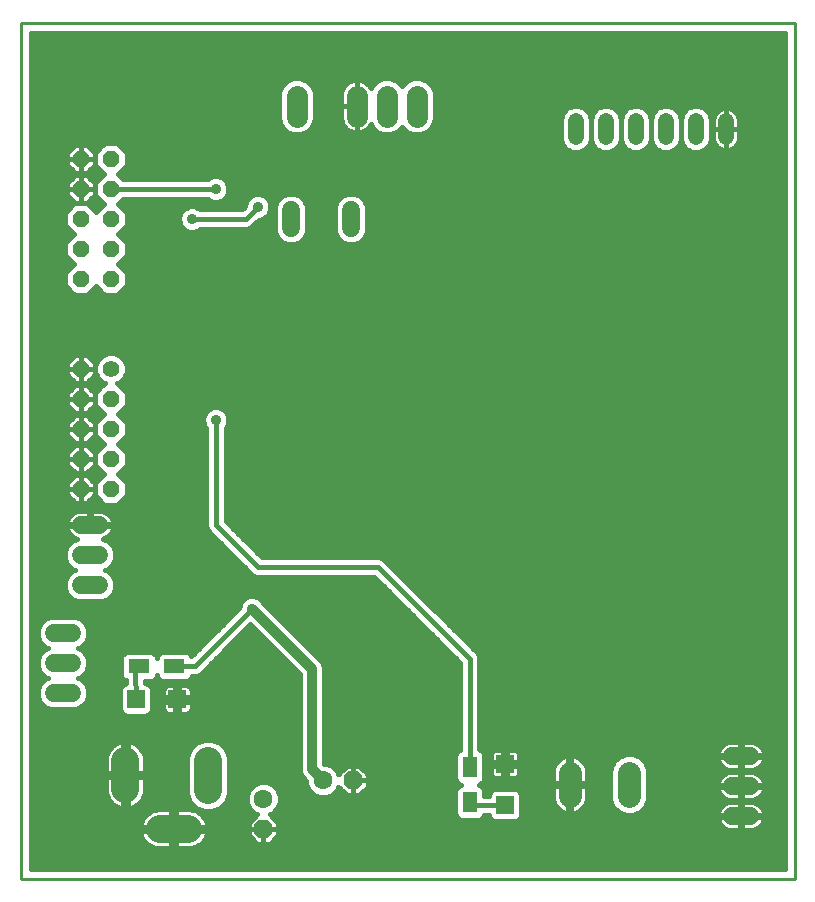
<source format=gtl>
G75*
%MOIN*%
%OFA0B0*%
%FSLAX25Y25*%
%IPPOS*%
%LPD*%
%AMOC8*
5,1,8,0,0,1.08239X$1,22.5*
%
%ADD10C,0.00000*%
%ADD11C,0.01000*%
%ADD12C,0.06300*%
%ADD13OC8,0.06300*%
%ADD14C,0.05600*%
%ADD15OC8,0.05600*%
%ADD16C,0.05200*%
%ADD17C,0.06000*%
%ADD18C,0.09449*%
%ADD19C,0.07000*%
%ADD20R,0.07087X0.04724*%
%ADD21R,0.04724X0.07087*%
%ADD22R,0.05906X0.05906*%
%ADD23C,0.07800*%
%ADD24C,0.01600*%
%ADD25C,0.03562*%
%ADD26C,0.03200*%
D10*
X0246800Y0001800D02*
X0259674Y0001800D01*
D11*
X0001800Y0001800D02*
X0001800Y0287233D01*
X0259674Y0287233D01*
X0259674Y0001800D01*
X0001800Y0001800D01*
D12*
X0082619Y0028509D03*
X0102509Y0034666D03*
D13*
X0112509Y0034666D03*
X0082619Y0018509D03*
D14*
X0031800Y0171800D03*
D15*
X0031800Y0161800D03*
X0031800Y0151800D03*
X0031800Y0141800D03*
X0031800Y0131800D03*
X0021800Y0131800D03*
X0021800Y0141800D03*
X0021800Y0151800D03*
X0021800Y0161800D03*
X0021800Y0171800D03*
X0021800Y0201800D03*
X0021800Y0211800D03*
X0021800Y0221800D03*
X0021800Y0231800D03*
X0021800Y0241800D03*
X0031800Y0241800D03*
X0031800Y0231800D03*
X0031800Y0221800D03*
X0031800Y0211800D03*
X0031800Y0201800D03*
D16*
X0186800Y0249200D02*
X0186800Y0254400D01*
X0196800Y0254400D02*
X0196800Y0249200D01*
X0206800Y0249200D02*
X0206800Y0254400D01*
X0216800Y0254400D02*
X0216800Y0249200D01*
X0226800Y0249200D02*
X0226800Y0254400D01*
X0236800Y0254400D02*
X0236800Y0249200D01*
D17*
X0111800Y0224800D02*
X0111800Y0218800D01*
X0091800Y0218800D02*
X0091800Y0224800D01*
X0027800Y0119800D02*
X0021800Y0119800D01*
X0021800Y0109800D02*
X0027800Y0109800D01*
X0027800Y0099800D02*
X0021800Y0099800D01*
X0018800Y0083800D02*
X0012800Y0083800D01*
X0012800Y0073800D02*
X0018800Y0073800D01*
X0018800Y0063800D02*
X0012800Y0063800D01*
X0238800Y0042800D02*
X0244800Y0042800D01*
X0244800Y0032800D02*
X0238800Y0032800D01*
X0238800Y0022800D02*
X0244800Y0022800D01*
D18*
X0064200Y0031576D02*
X0064200Y0041024D01*
X0057487Y0018524D02*
X0048039Y0018524D01*
X0036621Y0031792D02*
X0036621Y0041241D01*
D19*
X0093769Y0255898D02*
X0093769Y0262898D01*
X0113769Y0262898D02*
X0113769Y0255898D01*
X0123769Y0255898D02*
X0123769Y0262898D01*
X0133769Y0262898D02*
X0133769Y0255898D01*
D20*
X0052977Y0072666D03*
X0041174Y0072666D03*
D21*
X0151406Y0039198D03*
X0151406Y0027394D03*
D22*
X0163154Y0026406D03*
X0163154Y0040186D03*
X0053965Y0061643D03*
X0040186Y0061643D03*
D23*
X0184813Y0037196D02*
X0184813Y0029396D01*
X0204613Y0029396D02*
X0204613Y0037196D01*
D24*
X0200271Y0041763D02*
X0188225Y0041763D01*
X0188527Y0041544D02*
X0187801Y0042071D01*
X0187001Y0042478D01*
X0186148Y0042756D01*
X0185313Y0042888D01*
X0185313Y0033796D01*
X0184313Y0033796D01*
X0184313Y0032796D01*
X0179113Y0032796D01*
X0179113Y0028947D01*
X0179254Y0028061D01*
X0179531Y0027208D01*
X0179938Y0026409D01*
X0180466Y0025683D01*
X0181100Y0025048D01*
X0181826Y0024521D01*
X0182625Y0024114D01*
X0183479Y0023836D01*
X0184313Y0023704D01*
X0184313Y0032796D01*
X0185313Y0032796D01*
X0185313Y0023704D01*
X0186148Y0023836D01*
X0187001Y0024114D01*
X0187801Y0024521D01*
X0188527Y0025048D01*
X0189161Y0025683D01*
X0189688Y0026409D01*
X0190096Y0027208D01*
X0190373Y0028061D01*
X0190513Y0028947D01*
X0190513Y0032796D01*
X0185313Y0032796D01*
X0185313Y0033796D01*
X0190513Y0033796D01*
X0190513Y0037645D01*
X0190373Y0038531D01*
X0190096Y0039384D01*
X0189688Y0040184D01*
X0189161Y0040909D01*
X0188527Y0041544D01*
X0189698Y0040164D02*
X0199024Y0040164D01*
X0199273Y0040765D02*
X0198313Y0038449D01*
X0198313Y0028143D01*
X0199273Y0025827D01*
X0201045Y0024055D01*
X0203360Y0023096D01*
X0205867Y0023096D01*
X0208182Y0024055D01*
X0209954Y0025827D01*
X0210913Y0028143D01*
X0210913Y0038449D01*
X0209954Y0040765D01*
X0208182Y0042537D01*
X0205867Y0043496D01*
X0203360Y0043496D01*
X0201045Y0042537D01*
X0199273Y0040765D01*
X0198362Y0038566D02*
X0190362Y0038566D01*
X0190513Y0036967D02*
X0198313Y0036967D01*
X0198313Y0035369D02*
X0190513Y0035369D01*
X0190513Y0032172D02*
X0198313Y0032172D01*
X0198313Y0033770D02*
X0185313Y0033770D01*
X0184313Y0033770D02*
X0155279Y0033770D01*
X0155128Y0033620D02*
X0155803Y0034295D01*
X0156168Y0035177D01*
X0156168Y0043218D01*
X0155803Y0044100D01*
X0155128Y0044776D01*
X0154606Y0044992D01*
X0154606Y0075830D01*
X0154119Y0077006D01*
X0123513Y0107613D01*
X0122613Y0108513D01*
X0121437Y0109000D01*
X0082125Y0109000D01*
X0070000Y0121125D01*
X0070000Y0152087D01*
X0070345Y0152432D01*
X0070981Y0153968D01*
X0070981Y0155632D01*
X0070345Y0157168D01*
X0069168Y0158345D01*
X0067632Y0158981D01*
X0065968Y0158981D01*
X0064432Y0158345D01*
X0063255Y0157168D01*
X0062619Y0155632D01*
X0062619Y0153968D01*
X0063255Y0152432D01*
X0063600Y0152087D01*
X0063600Y0119163D01*
X0064087Y0117987D01*
X0064987Y0117087D01*
X0078987Y0103087D01*
X0080163Y0102600D01*
X0119475Y0102600D01*
X0148206Y0073868D01*
X0148206Y0044992D01*
X0147685Y0044776D01*
X0147009Y0044100D01*
X0146644Y0043218D01*
X0146644Y0035177D01*
X0147009Y0034295D01*
X0147685Y0033620D01*
X0148466Y0033296D01*
X0147685Y0032972D01*
X0147009Y0032297D01*
X0146644Y0031415D01*
X0146644Y0023374D01*
X0147009Y0022492D01*
X0147685Y0021817D01*
X0148567Y0021451D01*
X0154246Y0021451D01*
X0155128Y0021817D01*
X0155803Y0022492D01*
X0156099Y0023206D01*
X0157802Y0023206D01*
X0157802Y0022976D01*
X0158167Y0022094D01*
X0158842Y0021419D01*
X0159724Y0021054D01*
X0166584Y0021054D01*
X0167467Y0021419D01*
X0168142Y0022094D01*
X0168507Y0022976D01*
X0168507Y0029836D01*
X0168142Y0030719D01*
X0167467Y0031394D01*
X0166584Y0031759D01*
X0159724Y0031759D01*
X0158842Y0031394D01*
X0158167Y0030719D01*
X0157802Y0029836D01*
X0157802Y0029606D01*
X0156168Y0029606D01*
X0156168Y0031415D01*
X0155803Y0032297D01*
X0155128Y0032972D01*
X0154347Y0033296D01*
X0155128Y0033620D01*
X0155855Y0032172D02*
X0179113Y0032172D01*
X0179113Y0030573D02*
X0168202Y0030573D01*
X0168507Y0028975D02*
X0179113Y0028975D01*
X0179476Y0027376D02*
X0168507Y0027376D01*
X0168507Y0025778D02*
X0180397Y0025778D01*
X0182497Y0024179D02*
X0168507Y0024179D01*
X0168343Y0022581D02*
X0234000Y0022581D01*
X0234000Y0022600D02*
X0234000Y0022422D01*
X0234118Y0021676D01*
X0234352Y0020957D01*
X0234695Y0020284D01*
X0235139Y0019673D01*
X0235673Y0019139D01*
X0236284Y0018695D01*
X0236957Y0018352D01*
X0237676Y0018118D01*
X0238422Y0018000D01*
X0241600Y0018000D01*
X0241600Y0022600D01*
X0242000Y0022600D01*
X0242000Y0023000D01*
X0241600Y0023000D01*
X0241600Y0027600D01*
X0238422Y0027600D01*
X0237676Y0027482D01*
X0236957Y0027248D01*
X0236284Y0026905D01*
X0235673Y0026461D01*
X0235139Y0025927D01*
X0234695Y0025316D01*
X0234352Y0024643D01*
X0234118Y0023924D01*
X0234000Y0023178D01*
X0234000Y0023000D01*
X0241600Y0023000D01*
X0241600Y0022600D01*
X0234000Y0022600D01*
X0234201Y0024179D02*
X0208306Y0024179D01*
X0209905Y0025778D02*
X0235030Y0025778D01*
X0237351Y0027376D02*
X0210596Y0027376D01*
X0210913Y0028975D02*
X0235899Y0028975D01*
X0235673Y0029139D02*
X0236284Y0028695D01*
X0236957Y0028352D01*
X0237676Y0028118D01*
X0238422Y0028000D01*
X0241600Y0028000D01*
X0241600Y0032600D01*
X0242000Y0032600D01*
X0242000Y0033000D01*
X0241600Y0033000D01*
X0241600Y0037600D01*
X0238422Y0037600D01*
X0237676Y0037482D01*
X0236957Y0037248D01*
X0236284Y0036905D01*
X0235673Y0036461D01*
X0235139Y0035927D01*
X0234695Y0035316D01*
X0234352Y0034643D01*
X0234118Y0033924D01*
X0234000Y0033178D01*
X0234000Y0033000D01*
X0241600Y0033000D01*
X0241600Y0032600D01*
X0234000Y0032600D01*
X0234000Y0032422D01*
X0234118Y0031676D01*
X0234352Y0030957D01*
X0234695Y0030284D01*
X0235139Y0029673D01*
X0235673Y0029139D01*
X0234547Y0030573D02*
X0210913Y0030573D01*
X0210913Y0032172D02*
X0234040Y0032172D01*
X0234094Y0033770D02*
X0210913Y0033770D01*
X0210913Y0035369D02*
X0234733Y0035369D01*
X0236406Y0036967D02*
X0210913Y0036967D01*
X0210865Y0038566D02*
X0236537Y0038566D01*
X0236284Y0038695D02*
X0236957Y0038352D01*
X0237676Y0038118D01*
X0238422Y0038000D01*
X0241600Y0038000D01*
X0241600Y0042600D01*
X0242000Y0042600D01*
X0242000Y0043000D01*
X0241600Y0043000D01*
X0241600Y0047600D01*
X0238422Y0047600D01*
X0237676Y0047482D01*
X0236957Y0047248D01*
X0236284Y0046905D01*
X0235673Y0046461D01*
X0235139Y0045927D01*
X0234695Y0045316D01*
X0234352Y0044643D01*
X0234118Y0043924D01*
X0234000Y0043178D01*
X0234000Y0043000D01*
X0241600Y0043000D01*
X0241600Y0042600D01*
X0234000Y0042600D01*
X0234000Y0042422D01*
X0234118Y0041676D01*
X0234352Y0040957D01*
X0234695Y0040284D01*
X0235139Y0039673D01*
X0235673Y0039139D01*
X0236284Y0038695D01*
X0234782Y0040164D02*
X0210203Y0040164D01*
X0208956Y0041763D02*
X0234104Y0041763D01*
X0234029Y0043361D02*
X0206192Y0043361D01*
X0203035Y0043361D02*
X0167907Y0043361D01*
X0167907Y0043376D02*
X0167784Y0043833D01*
X0167547Y0044244D01*
X0167212Y0044579D01*
X0166802Y0044816D01*
X0166344Y0044939D01*
X0163831Y0044939D01*
X0163831Y0040862D01*
X0167907Y0040862D01*
X0167907Y0043376D01*
X0167907Y0041763D02*
X0181402Y0041763D01*
X0181100Y0041544D02*
X0180466Y0040909D01*
X0179938Y0040184D01*
X0179531Y0039384D01*
X0179254Y0038531D01*
X0179113Y0037645D01*
X0179113Y0033796D01*
X0184313Y0033796D01*
X0184313Y0042888D01*
X0183479Y0042756D01*
X0182625Y0042478D01*
X0181826Y0042071D01*
X0181100Y0041544D01*
X0179929Y0040164D02*
X0163831Y0040164D01*
X0163831Y0039509D02*
X0163831Y0040862D01*
X0162478Y0040862D01*
X0162478Y0039509D01*
X0163831Y0039509D01*
X0163831Y0035433D01*
X0166344Y0035433D01*
X0166802Y0035556D01*
X0167212Y0035793D01*
X0167547Y0036128D01*
X0167784Y0036538D01*
X0167907Y0036996D01*
X0167907Y0039509D01*
X0163831Y0039509D01*
X0163831Y0038566D02*
X0162478Y0038566D01*
X0162478Y0039509D02*
X0162478Y0035433D01*
X0159965Y0035433D01*
X0159507Y0035556D01*
X0159096Y0035793D01*
X0158761Y0036128D01*
X0158524Y0036538D01*
X0158402Y0036996D01*
X0158402Y0039509D01*
X0162478Y0039509D01*
X0162478Y0040164D02*
X0156168Y0040164D01*
X0156168Y0038566D02*
X0158402Y0038566D01*
X0158409Y0036967D02*
X0156168Y0036967D01*
X0156168Y0035369D02*
X0179113Y0035369D01*
X0179113Y0036967D02*
X0167899Y0036967D01*
X0167907Y0038566D02*
X0179265Y0038566D01*
X0184313Y0038566D02*
X0185313Y0038566D01*
X0185313Y0040164D02*
X0184313Y0040164D01*
X0184313Y0041763D02*
X0185313Y0041763D01*
X0185313Y0036967D02*
X0184313Y0036967D01*
X0184313Y0035369D02*
X0185313Y0035369D01*
X0185313Y0032172D02*
X0184313Y0032172D01*
X0184313Y0030573D02*
X0185313Y0030573D01*
X0185313Y0028975D02*
X0184313Y0028975D01*
X0184313Y0027376D02*
X0185313Y0027376D01*
X0185313Y0025778D02*
X0184313Y0025778D01*
X0184313Y0024179D02*
X0185313Y0024179D01*
X0187130Y0024179D02*
X0200921Y0024179D01*
X0199322Y0025778D02*
X0189230Y0025778D01*
X0190150Y0027376D02*
X0198631Y0027376D01*
X0198313Y0028975D02*
X0190513Y0028975D01*
X0190513Y0030573D02*
X0198313Y0030573D01*
X0163831Y0036967D02*
X0162478Y0036967D01*
X0162478Y0040862D02*
X0158402Y0040862D01*
X0158402Y0043376D01*
X0158524Y0043833D01*
X0158761Y0044244D01*
X0159096Y0044579D01*
X0159507Y0044816D01*
X0159965Y0044939D01*
X0162478Y0044939D01*
X0162478Y0040862D01*
X0162478Y0041763D02*
X0163831Y0041763D01*
X0163831Y0043361D02*
X0162478Y0043361D01*
X0158402Y0043361D02*
X0156109Y0043361D01*
X0156168Y0041763D02*
X0158402Y0041763D01*
X0154683Y0044960D02*
X0234513Y0044960D01*
X0235807Y0046558D02*
X0154606Y0046558D01*
X0154606Y0048157D02*
X0256374Y0048157D01*
X0256374Y0049755D02*
X0154606Y0049755D01*
X0154606Y0051354D02*
X0256374Y0051354D01*
X0256374Y0052952D02*
X0154606Y0052952D01*
X0154606Y0054551D02*
X0256374Y0054551D01*
X0256374Y0056149D02*
X0154606Y0056149D01*
X0154606Y0057748D02*
X0256374Y0057748D01*
X0256374Y0059346D02*
X0154606Y0059346D01*
X0154606Y0060945D02*
X0256374Y0060945D01*
X0256374Y0062543D02*
X0154606Y0062543D01*
X0154606Y0064142D02*
X0256374Y0064142D01*
X0256374Y0065740D02*
X0154606Y0065740D01*
X0154606Y0067339D02*
X0256374Y0067339D01*
X0256374Y0068937D02*
X0154606Y0068937D01*
X0154606Y0070536D02*
X0256374Y0070536D01*
X0256374Y0072134D02*
X0154606Y0072134D01*
X0154606Y0073733D02*
X0256374Y0073733D01*
X0256374Y0075332D02*
X0154606Y0075332D01*
X0154151Y0076930D02*
X0256374Y0076930D01*
X0256374Y0078529D02*
X0152597Y0078529D01*
X0150998Y0080127D02*
X0256374Y0080127D01*
X0256374Y0081726D02*
X0149400Y0081726D01*
X0147801Y0083324D02*
X0256374Y0083324D01*
X0256374Y0084923D02*
X0146203Y0084923D01*
X0144604Y0086521D02*
X0256374Y0086521D01*
X0256374Y0088120D02*
X0143006Y0088120D01*
X0141407Y0089718D02*
X0256374Y0089718D01*
X0256374Y0091317D02*
X0139809Y0091317D01*
X0138210Y0092915D02*
X0256374Y0092915D01*
X0256374Y0094514D02*
X0136612Y0094514D01*
X0135013Y0096112D02*
X0256374Y0096112D01*
X0256374Y0097711D02*
X0133415Y0097711D01*
X0131816Y0099309D02*
X0256374Y0099309D01*
X0256374Y0100908D02*
X0130218Y0100908D01*
X0128619Y0102506D02*
X0256374Y0102506D01*
X0256374Y0104105D02*
X0127021Y0104105D01*
X0125422Y0105703D02*
X0256374Y0105703D01*
X0256374Y0107302D02*
X0123824Y0107302D01*
X0121677Y0108900D02*
X0256374Y0108900D01*
X0256374Y0110499D02*
X0080627Y0110499D01*
X0079028Y0112097D02*
X0256374Y0112097D01*
X0256374Y0113696D02*
X0077430Y0113696D01*
X0075831Y0115294D02*
X0256374Y0115294D01*
X0256374Y0116893D02*
X0074233Y0116893D01*
X0072634Y0118491D02*
X0256374Y0118491D01*
X0256374Y0120090D02*
X0071036Y0120090D01*
X0070000Y0121688D02*
X0256374Y0121688D01*
X0256374Y0123287D02*
X0070000Y0123287D01*
X0070000Y0124885D02*
X0256374Y0124885D01*
X0256374Y0126484D02*
X0070000Y0126484D01*
X0070000Y0128082D02*
X0256374Y0128082D01*
X0256374Y0129681D02*
X0070000Y0129681D01*
X0070000Y0131279D02*
X0256374Y0131279D01*
X0256374Y0132878D02*
X0070000Y0132878D01*
X0070000Y0134476D02*
X0256374Y0134476D01*
X0256374Y0136075D02*
X0070000Y0136075D01*
X0070000Y0137673D02*
X0256374Y0137673D01*
X0256374Y0139272D02*
X0070000Y0139272D01*
X0070000Y0140870D02*
X0256374Y0140870D01*
X0256374Y0142469D02*
X0070000Y0142469D01*
X0070000Y0144068D02*
X0256374Y0144068D01*
X0256374Y0145666D02*
X0070000Y0145666D01*
X0070000Y0147265D02*
X0256374Y0147265D01*
X0256374Y0148863D02*
X0070000Y0148863D01*
X0070000Y0150462D02*
X0256374Y0150462D01*
X0256374Y0152060D02*
X0070000Y0152060D01*
X0070853Y0153659D02*
X0256374Y0153659D01*
X0256374Y0155257D02*
X0070981Y0155257D01*
X0070474Y0156856D02*
X0256374Y0156856D01*
X0256374Y0158454D02*
X0068904Y0158454D01*
X0066800Y0154800D02*
X0066800Y0119800D01*
X0080800Y0105800D01*
X0120800Y0105800D01*
X0151406Y0075194D01*
X0151406Y0039198D01*
X0146644Y0038566D02*
X0115609Y0038566D01*
X0114559Y0039616D02*
X0117459Y0036716D01*
X0117459Y0034666D01*
X0112509Y0034666D01*
X0112509Y0034666D01*
X0117459Y0034666D01*
X0117459Y0032616D01*
X0114559Y0029716D01*
X0112509Y0029716D01*
X0112509Y0034666D01*
X0112509Y0034666D01*
X0112509Y0034666D01*
X0112509Y0039616D01*
X0114559Y0039616D01*
X0112509Y0039616D02*
X0110458Y0039616D01*
X0107635Y0036793D01*
X0107214Y0037810D01*
X0105652Y0039371D01*
X0103613Y0040216D01*
X0102800Y0040216D01*
X0102800Y0072596D01*
X0102191Y0074066D01*
X0082526Y0093731D01*
X0082345Y0094168D01*
X0081168Y0095345D01*
X0079632Y0095981D01*
X0077968Y0095981D01*
X0076432Y0095345D01*
X0075255Y0094168D01*
X0074619Y0092632D01*
X0074619Y0092144D01*
X0058645Y0076171D01*
X0058555Y0076388D01*
X0057880Y0077063D01*
X0056998Y0077428D01*
X0048956Y0077428D01*
X0048074Y0077063D01*
X0047399Y0076388D01*
X0047076Y0075606D01*
X0046752Y0076388D01*
X0046077Y0077063D01*
X0045195Y0077428D01*
X0037153Y0077428D01*
X0036271Y0077063D01*
X0035596Y0076388D01*
X0035231Y0075506D01*
X0035231Y0069827D01*
X0035596Y0068944D01*
X0036271Y0068269D01*
X0036793Y0068053D01*
X0036825Y0066995D01*
X0036756Y0066995D01*
X0035874Y0066630D01*
X0035198Y0065955D01*
X0034833Y0065073D01*
X0034833Y0058212D01*
X0035198Y0057330D01*
X0035874Y0056655D01*
X0036756Y0056290D01*
X0043616Y0056290D01*
X0044498Y0056655D01*
X0045173Y0057330D01*
X0045539Y0058212D01*
X0045539Y0065073D01*
X0045173Y0065955D01*
X0044498Y0066630D01*
X0043616Y0066995D01*
X0043228Y0066995D01*
X0043201Y0067904D01*
X0045195Y0067904D01*
X0046077Y0068269D01*
X0046752Y0068944D01*
X0047076Y0069726D01*
X0047399Y0068944D01*
X0048074Y0068269D01*
X0048956Y0067904D01*
X0056998Y0067904D01*
X0057880Y0068269D01*
X0058555Y0068944D01*
X0058771Y0069466D01*
X0060303Y0069466D01*
X0061479Y0069953D01*
X0078234Y0086709D01*
X0094800Y0070143D01*
X0094800Y0037579D01*
X0095409Y0036109D01*
X0096959Y0034559D01*
X0096959Y0033562D01*
X0097804Y0031522D01*
X0099365Y0029961D01*
X0101405Y0029116D01*
X0103613Y0029116D01*
X0105652Y0029961D01*
X0107214Y0031522D01*
X0107635Y0032539D01*
X0110458Y0029716D01*
X0112509Y0029716D01*
X0112509Y0034666D01*
X0112509Y0039616D01*
X0112509Y0038566D02*
X0112509Y0038566D01*
X0112509Y0036967D02*
X0112509Y0036967D01*
X0112509Y0035369D02*
X0112509Y0035369D01*
X0112509Y0033770D02*
X0112509Y0033770D01*
X0112509Y0032172D02*
X0112509Y0032172D01*
X0112509Y0030573D02*
X0112509Y0030573D01*
X0115416Y0030573D02*
X0146644Y0030573D01*
X0146644Y0028975D02*
X0088169Y0028975D01*
X0088169Y0029613D02*
X0087324Y0031652D01*
X0085763Y0033214D01*
X0083723Y0034059D01*
X0081515Y0034059D01*
X0079475Y0033214D01*
X0077914Y0031652D01*
X0077069Y0029613D01*
X0077069Y0027405D01*
X0077914Y0025365D01*
X0079475Y0023804D01*
X0080492Y0023382D01*
X0077669Y0020559D01*
X0077669Y0018509D01*
X0082619Y0018509D01*
X0087569Y0018509D01*
X0087569Y0020559D01*
X0084746Y0023382D01*
X0085763Y0023804D01*
X0087324Y0025365D01*
X0088169Y0027405D01*
X0088169Y0029613D01*
X0087771Y0030573D02*
X0098753Y0030573D01*
X0097535Y0032172D02*
X0086805Y0032172D01*
X0084419Y0033770D02*
X0096959Y0033770D01*
X0096149Y0035369D02*
X0071324Y0035369D01*
X0071324Y0036967D02*
X0095053Y0036967D01*
X0094800Y0038566D02*
X0071324Y0038566D01*
X0071324Y0040164D02*
X0094800Y0040164D01*
X0094800Y0041763D02*
X0071324Y0041763D01*
X0071324Y0042442D02*
X0070240Y0045060D01*
X0068236Y0047064D01*
X0065617Y0048149D01*
X0062783Y0048149D01*
X0060164Y0047064D01*
X0058160Y0045060D01*
X0057076Y0042442D01*
X0057076Y0030158D01*
X0058160Y0027540D01*
X0060164Y0025536D01*
X0062783Y0024451D01*
X0065617Y0024451D01*
X0068236Y0025536D01*
X0070240Y0027540D01*
X0071324Y0030158D01*
X0071324Y0042442D01*
X0070943Y0043361D02*
X0094800Y0043361D01*
X0094800Y0044960D02*
X0070281Y0044960D01*
X0068742Y0046558D02*
X0094800Y0046558D01*
X0094800Y0048157D02*
X0005100Y0048157D01*
X0005100Y0049755D02*
X0094800Y0049755D01*
X0094800Y0051354D02*
X0005100Y0051354D01*
X0005100Y0052952D02*
X0094800Y0052952D01*
X0094800Y0054551D02*
X0005100Y0054551D01*
X0005100Y0056149D02*
X0094800Y0056149D01*
X0094800Y0057748D02*
X0058453Y0057748D01*
X0058358Y0057585D02*
X0058595Y0057995D01*
X0058718Y0058453D01*
X0058718Y0060966D01*
X0054642Y0060966D01*
X0054642Y0062319D01*
X0058718Y0062319D01*
X0058718Y0064832D01*
X0058595Y0065290D01*
X0058358Y0065700D01*
X0058023Y0066036D01*
X0057613Y0066273D01*
X0057155Y0066395D01*
X0054642Y0066395D01*
X0054642Y0062319D01*
X0053289Y0062319D01*
X0053289Y0066395D01*
X0050776Y0066395D01*
X0050318Y0066273D01*
X0049907Y0066036D01*
X0049572Y0065700D01*
X0049335Y0065290D01*
X0049213Y0064832D01*
X0049213Y0062319D01*
X0053289Y0062319D01*
X0053289Y0060966D01*
X0054642Y0060966D01*
X0054642Y0056890D01*
X0057155Y0056890D01*
X0057613Y0057012D01*
X0058023Y0057249D01*
X0058358Y0057585D01*
X0058718Y0059346D02*
X0094800Y0059346D01*
X0094800Y0060945D02*
X0058718Y0060945D01*
X0058718Y0062543D02*
X0094800Y0062543D01*
X0094800Y0064142D02*
X0058718Y0064142D01*
X0058319Y0065740D02*
X0094800Y0065740D01*
X0094800Y0067339D02*
X0043217Y0067339D01*
X0045262Y0065740D02*
X0049612Y0065740D01*
X0049213Y0064142D02*
X0045539Y0064142D01*
X0045539Y0062543D02*
X0049213Y0062543D01*
X0049213Y0060966D02*
X0049213Y0058453D01*
X0049335Y0057995D01*
X0049572Y0057585D01*
X0049907Y0057249D01*
X0050318Y0057012D01*
X0050776Y0056890D01*
X0053289Y0056890D01*
X0053289Y0060966D01*
X0049213Y0060966D01*
X0049213Y0060945D02*
X0045539Y0060945D01*
X0045539Y0059346D02*
X0049213Y0059346D01*
X0049478Y0057748D02*
X0045346Y0057748D01*
X0040186Y0061643D02*
X0039910Y0070891D01*
X0041174Y0072666D01*
X0035231Y0072134D02*
X0023955Y0072134D01*
X0024200Y0072726D02*
X0024200Y0074874D01*
X0023378Y0076859D01*
X0021859Y0078378D01*
X0020840Y0078800D01*
X0021859Y0079222D01*
X0023378Y0080741D01*
X0024200Y0082726D01*
X0024200Y0084874D01*
X0023378Y0086859D01*
X0021859Y0088378D01*
X0019874Y0089200D01*
X0011726Y0089200D01*
X0009741Y0088378D01*
X0008222Y0086859D01*
X0007400Y0084874D01*
X0007400Y0082726D01*
X0008222Y0080741D01*
X0009741Y0079222D01*
X0010760Y0078800D01*
X0009741Y0078378D01*
X0008222Y0076859D01*
X0007400Y0074874D01*
X0007400Y0072726D01*
X0008222Y0070741D01*
X0009741Y0069222D01*
X0010760Y0068800D01*
X0009741Y0068378D01*
X0008222Y0066859D01*
X0007400Y0064874D01*
X0007400Y0062726D01*
X0008222Y0060741D01*
X0009741Y0059222D01*
X0011726Y0058400D01*
X0019874Y0058400D01*
X0021859Y0059222D01*
X0023378Y0060741D01*
X0024200Y0062726D01*
X0024200Y0064874D01*
X0023378Y0066859D01*
X0021859Y0068378D01*
X0020840Y0068800D01*
X0021859Y0069222D01*
X0023378Y0070741D01*
X0024200Y0072726D01*
X0024200Y0073733D02*
X0035231Y0073733D01*
X0035231Y0075332D02*
X0024011Y0075332D01*
X0023307Y0076930D02*
X0036138Y0076930D01*
X0035231Y0070536D02*
X0023173Y0070536D01*
X0021172Y0068937D02*
X0035603Y0068937D01*
X0036815Y0067339D02*
X0022898Y0067339D01*
X0023841Y0065740D02*
X0035110Y0065740D01*
X0034833Y0064142D02*
X0024200Y0064142D01*
X0024124Y0062543D02*
X0034833Y0062543D01*
X0034833Y0060945D02*
X0023462Y0060945D01*
X0021983Y0059346D02*
X0034833Y0059346D01*
X0035025Y0057748D02*
X0005100Y0057748D01*
X0005100Y0059346D02*
X0009617Y0059346D01*
X0008138Y0060945D02*
X0005100Y0060945D01*
X0005100Y0062543D02*
X0007476Y0062543D01*
X0007400Y0064142D02*
X0005100Y0064142D01*
X0005100Y0065740D02*
X0007759Y0065740D01*
X0008702Y0067339D02*
X0005100Y0067339D01*
X0005100Y0068937D02*
X0010428Y0068937D01*
X0008427Y0070536D02*
X0005100Y0070536D01*
X0005100Y0072134D02*
X0007645Y0072134D01*
X0007400Y0073733D02*
X0005100Y0073733D01*
X0005100Y0075332D02*
X0007589Y0075332D01*
X0008293Y0076930D02*
X0005100Y0076930D01*
X0005100Y0078529D02*
X0010105Y0078529D01*
X0008836Y0080127D02*
X0005100Y0080127D01*
X0005100Y0081726D02*
X0007814Y0081726D01*
X0007400Y0083324D02*
X0005100Y0083324D01*
X0005100Y0084923D02*
X0007420Y0084923D01*
X0008082Y0086521D02*
X0005100Y0086521D01*
X0005100Y0088120D02*
X0009483Y0088120D01*
X0005100Y0089718D02*
X0072193Y0089718D01*
X0073791Y0091317D02*
X0005100Y0091317D01*
X0005100Y0092915D02*
X0074736Y0092915D01*
X0075601Y0094514D02*
X0029149Y0094514D01*
X0028874Y0094400D02*
X0030859Y0095222D01*
X0032378Y0096741D01*
X0033200Y0098726D01*
X0033200Y0100874D01*
X0032378Y0102859D01*
X0030859Y0104378D01*
X0029840Y0104800D01*
X0030859Y0105222D01*
X0032378Y0106741D01*
X0033200Y0108726D01*
X0033200Y0110874D01*
X0032378Y0112859D01*
X0030859Y0114378D01*
X0029007Y0115145D01*
X0029643Y0115352D01*
X0030316Y0115695D01*
X0030927Y0116139D01*
X0031461Y0116673D01*
X0031905Y0117284D01*
X0032248Y0117957D01*
X0032482Y0118676D01*
X0032600Y0119422D01*
X0032600Y0119600D01*
X0025000Y0119600D01*
X0025000Y0120000D01*
X0024600Y0120000D01*
X0024600Y0124600D01*
X0021422Y0124600D01*
X0020676Y0124482D01*
X0019957Y0124248D01*
X0019284Y0123905D01*
X0018673Y0123461D01*
X0018139Y0122927D01*
X0017695Y0122316D01*
X0017352Y0121643D01*
X0017118Y0120924D01*
X0017000Y0120178D01*
X0017000Y0120000D01*
X0024600Y0120000D01*
X0024600Y0119600D01*
X0017000Y0119600D01*
X0017000Y0119422D01*
X0017118Y0118676D01*
X0017352Y0117957D01*
X0017695Y0117284D01*
X0018139Y0116673D01*
X0018673Y0116139D01*
X0019284Y0115695D01*
X0019957Y0115352D01*
X0020593Y0115145D01*
X0018741Y0114378D01*
X0017222Y0112859D01*
X0016400Y0110874D01*
X0016400Y0108726D01*
X0017222Y0106741D01*
X0018741Y0105222D01*
X0019760Y0104800D01*
X0018741Y0104378D01*
X0017222Y0102859D01*
X0016400Y0100874D01*
X0016400Y0098726D01*
X0017222Y0096741D01*
X0018741Y0095222D01*
X0020726Y0094400D01*
X0028874Y0094400D01*
X0031749Y0096112D02*
X0125962Y0096112D01*
X0124364Y0097711D02*
X0032779Y0097711D01*
X0033200Y0099309D02*
X0122765Y0099309D01*
X0121167Y0100908D02*
X0033186Y0100908D01*
X0032524Y0102506D02*
X0119568Y0102506D01*
X0127561Y0094514D02*
X0081999Y0094514D01*
X0083342Y0092915D02*
X0129159Y0092915D01*
X0130758Y0091317D02*
X0084940Y0091317D01*
X0086539Y0089718D02*
X0132356Y0089718D01*
X0133955Y0088120D02*
X0088137Y0088120D01*
X0089736Y0086521D02*
X0135553Y0086521D01*
X0137152Y0084923D02*
X0091334Y0084923D01*
X0092933Y0083324D02*
X0138750Y0083324D01*
X0140349Y0081726D02*
X0094531Y0081726D01*
X0096130Y0080127D02*
X0141947Y0080127D01*
X0143546Y0078529D02*
X0097728Y0078529D01*
X0099327Y0076930D02*
X0145144Y0076930D01*
X0146743Y0075332D02*
X0100925Y0075332D01*
X0102329Y0073733D02*
X0148206Y0073733D01*
X0148206Y0072134D02*
X0102800Y0072134D01*
X0102800Y0070536D02*
X0148206Y0070536D01*
X0148206Y0068937D02*
X0102800Y0068937D01*
X0102800Y0067339D02*
X0148206Y0067339D01*
X0148206Y0065740D02*
X0102800Y0065740D01*
X0102800Y0064142D02*
X0148206Y0064142D01*
X0148206Y0062543D02*
X0102800Y0062543D01*
X0102800Y0060945D02*
X0148206Y0060945D01*
X0148206Y0059346D02*
X0102800Y0059346D01*
X0102800Y0057748D02*
X0148206Y0057748D01*
X0148206Y0056149D02*
X0102800Y0056149D01*
X0102800Y0054551D02*
X0148206Y0054551D01*
X0148206Y0052952D02*
X0102800Y0052952D01*
X0102800Y0051354D02*
X0148206Y0051354D01*
X0148206Y0049755D02*
X0102800Y0049755D01*
X0102800Y0048157D02*
X0148206Y0048157D01*
X0148206Y0046558D02*
X0102800Y0046558D01*
X0102800Y0044960D02*
X0148129Y0044960D01*
X0146703Y0043361D02*
X0102800Y0043361D01*
X0102800Y0041763D02*
X0146644Y0041763D01*
X0146644Y0040164D02*
X0103738Y0040164D01*
X0106458Y0038566D02*
X0109408Y0038566D01*
X0107809Y0036967D02*
X0107563Y0036967D01*
X0107483Y0032172D02*
X0108003Y0032172D01*
X0109601Y0030573D02*
X0106265Y0030573D01*
X0117015Y0032172D02*
X0146957Y0032172D01*
X0147534Y0033770D02*
X0117459Y0033770D01*
X0117459Y0035369D02*
X0146644Y0035369D01*
X0146644Y0036967D02*
X0117208Y0036967D01*
X0088157Y0027376D02*
X0146644Y0027376D01*
X0146644Y0025778D02*
X0087495Y0025778D01*
X0086138Y0024179D02*
X0146644Y0024179D01*
X0146973Y0022581D02*
X0085547Y0022581D01*
X0087146Y0020982D02*
X0234344Y0020982D01*
X0235428Y0019384D02*
X0087569Y0019384D01*
X0087569Y0018509D02*
X0082619Y0018509D01*
X0082619Y0018509D01*
X0082619Y0018509D01*
X0077669Y0018509D01*
X0077669Y0016458D01*
X0080569Y0013559D01*
X0082619Y0013559D01*
X0084669Y0013559D01*
X0087569Y0016458D01*
X0087569Y0018509D01*
X0087569Y0017785D02*
X0256374Y0017785D01*
X0256374Y0016187D02*
X0087297Y0016187D01*
X0085699Y0014588D02*
X0256374Y0014588D01*
X0256374Y0012990D02*
X0060950Y0012990D01*
X0061120Y0013088D02*
X0061798Y0013609D01*
X0062403Y0014213D01*
X0062924Y0014892D01*
X0063352Y0015633D01*
X0063679Y0016423D01*
X0063900Y0017249D01*
X0063966Y0017750D01*
X0053538Y0017750D01*
X0053538Y0019299D01*
X0063966Y0019299D01*
X0063900Y0019800D01*
X0063679Y0020626D01*
X0063352Y0021416D01*
X0062924Y0022157D01*
X0062403Y0022835D01*
X0061798Y0023440D01*
X0061120Y0023961D01*
X0060379Y0024389D01*
X0059589Y0024716D01*
X0058763Y0024937D01*
X0057915Y0025049D01*
X0053538Y0025049D01*
X0053538Y0019299D01*
X0051988Y0019299D01*
X0051988Y0017750D01*
X0041560Y0017750D01*
X0041626Y0017249D01*
X0041847Y0016423D01*
X0042174Y0015633D01*
X0042602Y0014892D01*
X0043123Y0014213D01*
X0043728Y0013609D01*
X0044406Y0013088D01*
X0045147Y0012660D01*
X0045937Y0012333D01*
X0046763Y0012112D01*
X0047611Y0012000D01*
X0051988Y0012000D01*
X0051988Y0017750D01*
X0053538Y0017750D01*
X0053538Y0012000D01*
X0057915Y0012000D01*
X0058763Y0012112D01*
X0059589Y0012333D01*
X0060379Y0012660D01*
X0061120Y0013088D01*
X0062691Y0014588D02*
X0079539Y0014588D01*
X0077941Y0016187D02*
X0063581Y0016187D01*
X0063955Y0019384D02*
X0077669Y0019384D01*
X0077669Y0017785D02*
X0053538Y0017785D01*
X0051988Y0017785D02*
X0005100Y0017785D01*
X0005100Y0016187D02*
X0041945Y0016187D01*
X0042835Y0014588D02*
X0005100Y0014588D01*
X0005100Y0012990D02*
X0044576Y0012990D01*
X0041560Y0019299D02*
X0051988Y0019299D01*
X0051988Y0025049D01*
X0047611Y0025049D01*
X0046763Y0024937D01*
X0045937Y0024716D01*
X0045147Y0024389D01*
X0044406Y0023961D01*
X0043728Y0023440D01*
X0043123Y0022835D01*
X0042602Y0022157D01*
X0042174Y0021416D01*
X0041847Y0020626D01*
X0041626Y0019800D01*
X0041560Y0019299D01*
X0041571Y0019384D02*
X0005100Y0019384D01*
X0005100Y0020982D02*
X0041995Y0020982D01*
X0042927Y0022581D02*
X0005100Y0022581D01*
X0005100Y0024179D02*
X0044784Y0024179D01*
X0041537Y0027481D02*
X0042058Y0028160D01*
X0042485Y0028900D01*
X0042813Y0029690D01*
X0043034Y0030517D01*
X0043146Y0031364D01*
X0043146Y0035742D01*
X0037396Y0035742D01*
X0037396Y0037291D01*
X0043146Y0037291D01*
X0043146Y0041669D01*
X0043034Y0042517D01*
X0042813Y0043343D01*
X0042485Y0044133D01*
X0042058Y0044873D01*
X0041537Y0045552D01*
X0040932Y0046157D01*
X0040254Y0046677D01*
X0039513Y0047105D01*
X0038723Y0047432D01*
X0037897Y0047654D01*
X0037396Y0047720D01*
X0037396Y0037291D01*
X0035846Y0037291D01*
X0035846Y0035742D01*
X0030097Y0035742D01*
X0030097Y0031364D01*
X0030208Y0030517D01*
X0030430Y0029690D01*
X0030757Y0028900D01*
X0031185Y0028160D01*
X0031705Y0027481D01*
X0032310Y0026876D01*
X0032989Y0026356D01*
X0033729Y0025928D01*
X0034520Y0025601D01*
X0035346Y0025379D01*
X0035846Y0025313D01*
X0035846Y0035742D01*
X0037396Y0035742D01*
X0037396Y0025313D01*
X0037897Y0025379D01*
X0038723Y0025601D01*
X0039513Y0025928D01*
X0040254Y0026356D01*
X0040932Y0026876D01*
X0041537Y0027481D01*
X0041432Y0027376D02*
X0058324Y0027376D01*
X0057566Y0028975D02*
X0042516Y0028975D01*
X0043041Y0030573D02*
X0057076Y0030573D01*
X0057076Y0032172D02*
X0043146Y0032172D01*
X0043146Y0033770D02*
X0057076Y0033770D01*
X0057076Y0035369D02*
X0043146Y0035369D01*
X0043146Y0038566D02*
X0057076Y0038566D01*
X0057076Y0040164D02*
X0043146Y0040164D01*
X0043133Y0041763D02*
X0057076Y0041763D01*
X0057457Y0043361D02*
X0042805Y0043361D01*
X0041992Y0044960D02*
X0058119Y0044960D01*
X0059658Y0046558D02*
X0040409Y0046558D01*
X0037396Y0046558D02*
X0035846Y0046558D01*
X0035846Y0047720D02*
X0035346Y0047654D01*
X0034520Y0047432D01*
X0033729Y0047105D01*
X0032989Y0046677D01*
X0032310Y0046157D01*
X0031705Y0045552D01*
X0031185Y0044873D01*
X0030757Y0044133D01*
X0030430Y0043343D01*
X0030208Y0042517D01*
X0030097Y0041669D01*
X0030097Y0037291D01*
X0035846Y0037291D01*
X0035846Y0047720D01*
X0035846Y0044960D02*
X0037396Y0044960D01*
X0037396Y0043361D02*
X0035846Y0043361D01*
X0035846Y0041763D02*
X0037396Y0041763D01*
X0037396Y0040164D02*
X0035846Y0040164D01*
X0035846Y0038566D02*
X0037396Y0038566D01*
X0037396Y0036967D02*
X0057076Y0036967D01*
X0059922Y0025778D02*
X0039150Y0025778D01*
X0037396Y0025778D02*
X0035846Y0025778D01*
X0035846Y0027376D02*
X0037396Y0027376D01*
X0037396Y0028975D02*
X0035846Y0028975D01*
X0035846Y0030573D02*
X0037396Y0030573D01*
X0037396Y0032172D02*
X0035846Y0032172D01*
X0035846Y0033770D02*
X0037396Y0033770D01*
X0037396Y0035369D02*
X0035846Y0035369D01*
X0035846Y0036967D02*
X0005100Y0036967D01*
X0005100Y0035369D02*
X0030097Y0035369D01*
X0030097Y0033770D02*
X0005100Y0033770D01*
X0005100Y0032172D02*
X0030097Y0032172D01*
X0030201Y0030573D02*
X0005100Y0030573D01*
X0005100Y0028975D02*
X0030726Y0028975D01*
X0031810Y0027376D02*
X0005100Y0027376D01*
X0005100Y0025778D02*
X0034092Y0025778D01*
X0030097Y0038566D02*
X0005100Y0038566D01*
X0005100Y0040164D02*
X0030097Y0040164D01*
X0030109Y0041763D02*
X0005100Y0041763D01*
X0005100Y0043361D02*
X0030438Y0043361D01*
X0031251Y0044960D02*
X0005100Y0044960D01*
X0005100Y0046558D02*
X0032833Y0046558D01*
X0046745Y0068937D02*
X0047406Y0068937D01*
X0053289Y0065740D02*
X0054642Y0065740D01*
X0054642Y0064142D02*
X0053289Y0064142D01*
X0053289Y0062543D02*
X0054642Y0062543D01*
X0054642Y0060945D02*
X0053289Y0060945D01*
X0053289Y0059346D02*
X0054642Y0059346D01*
X0054642Y0057748D02*
X0053289Y0057748D01*
X0058548Y0068937D02*
X0094800Y0068937D01*
X0094407Y0070536D02*
X0062061Y0070536D01*
X0063660Y0072134D02*
X0092809Y0072134D01*
X0091210Y0073733D02*
X0065258Y0073733D01*
X0066857Y0075332D02*
X0089612Y0075332D01*
X0088013Y0076930D02*
X0068455Y0076930D01*
X0070054Y0078529D02*
X0086415Y0078529D01*
X0084816Y0080127D02*
X0071653Y0080127D01*
X0073251Y0081726D02*
X0083218Y0081726D01*
X0081619Y0083324D02*
X0074850Y0083324D01*
X0076448Y0084923D02*
X0080021Y0084923D01*
X0078422Y0086521D02*
X0078047Y0086521D01*
X0078800Y0091800D02*
X0059666Y0072666D01*
X0052977Y0072666D01*
X0047941Y0076930D02*
X0046210Y0076930D01*
X0058013Y0076930D02*
X0059405Y0076930D01*
X0061003Y0078529D02*
X0021495Y0078529D01*
X0022764Y0080127D02*
X0062602Y0080127D01*
X0064200Y0081726D02*
X0023786Y0081726D01*
X0024200Y0083324D02*
X0065799Y0083324D01*
X0067397Y0084923D02*
X0024180Y0084923D01*
X0023518Y0086521D02*
X0068996Y0086521D01*
X0070594Y0088120D02*
X0022117Y0088120D01*
X0020451Y0094514D02*
X0005100Y0094514D01*
X0005100Y0096112D02*
X0017851Y0096112D01*
X0016820Y0097711D02*
X0005100Y0097711D01*
X0005100Y0099309D02*
X0016400Y0099309D01*
X0016414Y0100908D02*
X0005100Y0100908D01*
X0005100Y0102506D02*
X0017076Y0102506D01*
X0018468Y0104105D02*
X0005100Y0104105D01*
X0005100Y0105703D02*
X0018260Y0105703D01*
X0016990Y0107302D02*
X0005100Y0107302D01*
X0005100Y0108900D02*
X0016400Y0108900D01*
X0016400Y0110499D02*
X0005100Y0110499D01*
X0005100Y0112097D02*
X0016907Y0112097D01*
X0018059Y0113696D02*
X0005100Y0113696D01*
X0005100Y0115294D02*
X0020134Y0115294D01*
X0017979Y0116893D02*
X0005100Y0116893D01*
X0005100Y0118491D02*
X0017178Y0118491D01*
X0017000Y0120090D02*
X0005100Y0120090D01*
X0005100Y0121688D02*
X0017375Y0121688D01*
X0018499Y0123287D02*
X0005100Y0123287D01*
X0005100Y0124885D02*
X0063600Y0124885D01*
X0063600Y0123287D02*
X0031101Y0123287D01*
X0030927Y0123461D02*
X0030316Y0123905D01*
X0029643Y0124248D01*
X0028924Y0124482D01*
X0028178Y0124600D01*
X0025000Y0124600D01*
X0025000Y0120000D01*
X0032600Y0120000D01*
X0032600Y0120178D01*
X0032482Y0120924D01*
X0032248Y0121643D01*
X0031905Y0122316D01*
X0031461Y0122927D01*
X0030927Y0123461D01*
X0032225Y0121688D02*
X0063600Y0121688D01*
X0063600Y0120090D02*
X0032600Y0120090D01*
X0032422Y0118491D02*
X0063878Y0118491D01*
X0065182Y0116893D02*
X0031621Y0116893D01*
X0029466Y0115294D02*
X0066780Y0115294D01*
X0068379Y0113696D02*
X0031541Y0113696D01*
X0032693Y0112097D02*
X0069977Y0112097D01*
X0071576Y0110499D02*
X0033200Y0110499D01*
X0033200Y0108900D02*
X0073174Y0108900D01*
X0074773Y0107302D02*
X0032610Y0107302D01*
X0031340Y0105703D02*
X0076371Y0105703D01*
X0077970Y0104105D02*
X0031132Y0104105D01*
X0025000Y0120090D02*
X0024600Y0120090D01*
X0024600Y0121688D02*
X0025000Y0121688D01*
X0025000Y0123287D02*
X0024600Y0123287D01*
X0023705Y0127200D02*
X0021900Y0127200D01*
X0021900Y0131700D01*
X0021900Y0131900D01*
X0021700Y0131900D01*
X0021700Y0136400D01*
X0019895Y0136400D01*
X0017200Y0133705D01*
X0017200Y0131900D01*
X0021700Y0131900D01*
X0021700Y0131700D01*
X0017200Y0131700D01*
X0017200Y0129895D01*
X0019895Y0127200D01*
X0021700Y0127200D01*
X0021700Y0131700D01*
X0021900Y0131700D01*
X0026400Y0131700D01*
X0026400Y0129895D01*
X0023705Y0127200D01*
X0024588Y0128082D02*
X0028164Y0128082D01*
X0029646Y0126600D02*
X0026600Y0129646D01*
X0026600Y0133954D01*
X0029446Y0136800D01*
X0026600Y0139646D01*
X0026600Y0143954D01*
X0029446Y0146800D01*
X0026600Y0149646D01*
X0026600Y0153954D01*
X0029446Y0156800D01*
X0026600Y0159646D01*
X0026600Y0163954D01*
X0029646Y0167000D01*
X0029800Y0167000D01*
X0028854Y0167392D01*
X0027392Y0168854D01*
X0026600Y0170766D01*
X0026600Y0172834D01*
X0027392Y0174746D01*
X0028854Y0176208D01*
X0030766Y0177000D01*
X0032834Y0177000D01*
X0034746Y0176208D01*
X0036208Y0174746D01*
X0037000Y0172834D01*
X0037000Y0170766D01*
X0036208Y0168854D01*
X0034746Y0167392D01*
X0033800Y0167000D01*
X0033954Y0167000D01*
X0037000Y0163954D01*
X0037000Y0159646D01*
X0034154Y0156800D01*
X0037000Y0153954D01*
X0037000Y0149646D01*
X0034154Y0146800D01*
X0037000Y0143954D01*
X0037000Y0139646D01*
X0034154Y0136800D01*
X0037000Y0133954D01*
X0037000Y0129646D01*
X0033954Y0126600D01*
X0029646Y0126600D01*
X0026600Y0129681D02*
X0026186Y0129681D01*
X0026400Y0131279D02*
X0026600Y0131279D01*
X0026400Y0131900D02*
X0026400Y0133705D01*
X0023705Y0136400D01*
X0021900Y0136400D01*
X0021900Y0131900D01*
X0026400Y0131900D01*
X0026400Y0132878D02*
X0026600Y0132878D01*
X0027123Y0134476D02*
X0025629Y0134476D01*
X0024030Y0136075D02*
X0028721Y0136075D01*
X0028573Y0137673D02*
X0024179Y0137673D01*
X0023705Y0137200D02*
X0026400Y0139895D01*
X0026400Y0141700D01*
X0021900Y0141700D01*
X0021900Y0141900D01*
X0021700Y0141900D01*
X0021700Y0146400D01*
X0019895Y0146400D01*
X0017200Y0143705D01*
X0017200Y0141900D01*
X0021700Y0141900D01*
X0021700Y0141700D01*
X0017200Y0141700D01*
X0017200Y0139895D01*
X0019895Y0137200D01*
X0021700Y0137200D01*
X0021700Y0141700D01*
X0021900Y0141700D01*
X0021900Y0137200D01*
X0023705Y0137200D01*
X0021900Y0137673D02*
X0021700Y0137673D01*
X0021700Y0136075D02*
X0021900Y0136075D01*
X0021900Y0134476D02*
X0021700Y0134476D01*
X0021700Y0132878D02*
X0021900Y0132878D01*
X0021900Y0131279D02*
X0021700Y0131279D01*
X0021700Y0129681D02*
X0021900Y0129681D01*
X0021900Y0128082D02*
X0021700Y0128082D01*
X0019012Y0128082D02*
X0005100Y0128082D01*
X0005100Y0126484D02*
X0063600Y0126484D01*
X0063600Y0128082D02*
X0035436Y0128082D01*
X0037000Y0129681D02*
X0063600Y0129681D01*
X0063600Y0131279D02*
X0037000Y0131279D01*
X0037000Y0132878D02*
X0063600Y0132878D01*
X0063600Y0134476D02*
X0036477Y0134476D01*
X0034879Y0136075D02*
X0063600Y0136075D01*
X0063600Y0137673D02*
X0035027Y0137673D01*
X0036626Y0139272D02*
X0063600Y0139272D01*
X0063600Y0140870D02*
X0037000Y0140870D01*
X0037000Y0142469D02*
X0063600Y0142469D01*
X0063600Y0144068D02*
X0036886Y0144068D01*
X0035288Y0145666D02*
X0063600Y0145666D01*
X0063600Y0147265D02*
X0034618Y0147265D01*
X0036217Y0148863D02*
X0063600Y0148863D01*
X0063600Y0150462D02*
X0037000Y0150462D01*
X0037000Y0152060D02*
X0063600Y0152060D01*
X0062747Y0153659D02*
X0037000Y0153659D01*
X0035697Y0155257D02*
X0062619Y0155257D01*
X0063126Y0156856D02*
X0034209Y0156856D01*
X0035808Y0158454D02*
X0064696Y0158454D01*
X0037000Y0160053D02*
X0256374Y0160053D01*
X0256374Y0161651D02*
X0037000Y0161651D01*
X0037000Y0163250D02*
X0256374Y0163250D01*
X0256374Y0164848D02*
X0036106Y0164848D01*
X0034507Y0166447D02*
X0256374Y0166447D01*
X0256374Y0168045D02*
X0035399Y0168045D01*
X0036535Y0169644D02*
X0256374Y0169644D01*
X0256374Y0171242D02*
X0037000Y0171242D01*
X0036997Y0172841D02*
X0256374Y0172841D01*
X0256374Y0174439D02*
X0036335Y0174439D01*
X0034916Y0176038D02*
X0256374Y0176038D01*
X0256374Y0177636D02*
X0005100Y0177636D01*
X0005100Y0176038D02*
X0019532Y0176038D01*
X0019895Y0176400D02*
X0017200Y0173705D01*
X0017200Y0171900D01*
X0021700Y0171900D01*
X0021700Y0176400D01*
X0019895Y0176400D01*
X0021700Y0176038D02*
X0021900Y0176038D01*
X0021900Y0176400D02*
X0021900Y0171900D01*
X0021700Y0171900D01*
X0021700Y0171700D01*
X0017200Y0171700D01*
X0017200Y0169895D01*
X0019895Y0167200D01*
X0021700Y0167200D01*
X0021700Y0171700D01*
X0021900Y0171700D01*
X0021900Y0171900D01*
X0026400Y0171900D01*
X0026400Y0173705D01*
X0023705Y0176400D01*
X0021900Y0176400D01*
X0021900Y0174439D02*
X0021700Y0174439D01*
X0021700Y0172841D02*
X0021900Y0172841D01*
X0021900Y0171700D02*
X0026400Y0171700D01*
X0026400Y0169895D01*
X0023705Y0167200D01*
X0021900Y0167200D01*
X0021900Y0171700D01*
X0021900Y0171242D02*
X0021700Y0171242D01*
X0021700Y0169644D02*
X0021900Y0169644D01*
X0021900Y0168045D02*
X0021700Y0168045D01*
X0021700Y0166400D02*
X0019895Y0166400D01*
X0017200Y0163705D01*
X0017200Y0161900D01*
X0021700Y0161900D01*
X0021700Y0166400D01*
X0021900Y0166400D02*
X0021900Y0161900D01*
X0021700Y0161900D01*
X0021700Y0161700D01*
X0017200Y0161700D01*
X0017200Y0159895D01*
X0019895Y0157200D01*
X0021700Y0157200D01*
X0021700Y0161700D01*
X0021900Y0161700D01*
X0021900Y0161900D01*
X0026400Y0161900D01*
X0026400Y0163705D01*
X0023705Y0166400D01*
X0021900Y0166400D01*
X0021900Y0164848D02*
X0021700Y0164848D01*
X0021700Y0163250D02*
X0021900Y0163250D01*
X0021900Y0161700D02*
X0026400Y0161700D01*
X0026400Y0159895D01*
X0023705Y0157200D01*
X0021900Y0157200D01*
X0021900Y0161700D01*
X0021900Y0161651D02*
X0021700Y0161651D01*
X0021700Y0160053D02*
X0021900Y0160053D01*
X0021900Y0158454D02*
X0021700Y0158454D01*
X0021700Y0156400D02*
X0019895Y0156400D01*
X0017200Y0153705D01*
X0017200Y0151900D01*
X0021700Y0151900D01*
X0021700Y0156400D01*
X0021900Y0156400D02*
X0021900Y0151900D01*
X0021700Y0151900D01*
X0021700Y0151700D01*
X0017200Y0151700D01*
X0017200Y0149895D01*
X0019895Y0147200D01*
X0021700Y0147200D01*
X0021700Y0151700D01*
X0021900Y0151700D01*
X0021900Y0151900D01*
X0026400Y0151900D01*
X0026400Y0153705D01*
X0023705Y0156400D01*
X0021900Y0156400D01*
X0021900Y0155257D02*
X0021700Y0155257D01*
X0021700Y0153659D02*
X0021900Y0153659D01*
X0021900Y0152060D02*
X0021700Y0152060D01*
X0021900Y0151700D02*
X0026400Y0151700D01*
X0026400Y0149895D01*
X0023705Y0147200D01*
X0021900Y0147200D01*
X0021900Y0151700D01*
X0021900Y0150462D02*
X0021700Y0150462D01*
X0021700Y0148863D02*
X0021900Y0148863D01*
X0021900Y0147265D02*
X0021700Y0147265D01*
X0021900Y0146400D02*
X0021900Y0141900D01*
X0026400Y0141900D01*
X0026400Y0143705D01*
X0023705Y0146400D01*
X0021900Y0146400D01*
X0021900Y0145666D02*
X0021700Y0145666D01*
X0021700Y0144068D02*
X0021900Y0144068D01*
X0021900Y0142469D02*
X0021700Y0142469D01*
X0021700Y0140870D02*
X0021900Y0140870D01*
X0021900Y0139272D02*
X0021700Y0139272D01*
X0019421Y0137673D02*
X0005100Y0137673D01*
X0005100Y0136075D02*
X0019570Y0136075D01*
X0017971Y0134476D02*
X0005100Y0134476D01*
X0005100Y0132878D02*
X0017200Y0132878D01*
X0017200Y0131279D02*
X0005100Y0131279D01*
X0005100Y0129681D02*
X0017414Y0129681D01*
X0017823Y0139272D02*
X0005100Y0139272D01*
X0005100Y0140870D02*
X0017200Y0140870D01*
X0017200Y0142469D02*
X0005100Y0142469D01*
X0005100Y0144068D02*
X0017562Y0144068D01*
X0019161Y0145666D02*
X0005100Y0145666D01*
X0005100Y0147265D02*
X0019830Y0147265D01*
X0018232Y0148863D02*
X0005100Y0148863D01*
X0005100Y0150462D02*
X0017200Y0150462D01*
X0017200Y0152060D02*
X0005100Y0152060D01*
X0005100Y0153659D02*
X0017200Y0153659D01*
X0018752Y0155257D02*
X0005100Y0155257D01*
X0005100Y0156856D02*
X0029390Y0156856D01*
X0027903Y0155257D02*
X0024848Y0155257D01*
X0026400Y0153659D02*
X0026600Y0153659D01*
X0026600Y0152060D02*
X0026400Y0152060D01*
X0026400Y0150462D02*
X0026600Y0150462D01*
X0027383Y0148863D02*
X0025368Y0148863D01*
X0023770Y0147265D02*
X0028982Y0147265D01*
X0028312Y0145666D02*
X0024439Y0145666D01*
X0026038Y0144068D02*
X0026714Y0144068D01*
X0026600Y0142469D02*
X0026400Y0142469D01*
X0026400Y0140870D02*
X0026600Y0140870D01*
X0026974Y0139272D02*
X0025777Y0139272D01*
X0024959Y0158454D02*
X0027792Y0158454D01*
X0026600Y0160053D02*
X0026400Y0160053D01*
X0026400Y0161651D02*
X0026600Y0161651D01*
X0026600Y0163250D02*
X0026400Y0163250D01*
X0027494Y0164848D02*
X0025257Y0164848D01*
X0024551Y0168045D02*
X0028201Y0168045D01*
X0029093Y0166447D02*
X0005100Y0166447D01*
X0005100Y0168045D02*
X0019049Y0168045D01*
X0017451Y0169644D02*
X0005100Y0169644D01*
X0005100Y0171242D02*
X0017200Y0171242D01*
X0017200Y0172841D02*
X0005100Y0172841D01*
X0005100Y0174439D02*
X0017934Y0174439D01*
X0024068Y0176038D02*
X0028684Y0176038D01*
X0027265Y0174439D02*
X0025666Y0174439D01*
X0026400Y0172841D02*
X0026603Y0172841D01*
X0026600Y0171242D02*
X0026400Y0171242D01*
X0026149Y0169644D02*
X0027065Y0169644D01*
X0018343Y0164848D02*
X0005100Y0164848D01*
X0005100Y0163250D02*
X0017200Y0163250D01*
X0017200Y0161651D02*
X0005100Y0161651D01*
X0005100Y0160053D02*
X0017200Y0160053D01*
X0018641Y0158454D02*
X0005100Y0158454D01*
X0005100Y0179235D02*
X0256374Y0179235D01*
X0256374Y0180833D02*
X0005100Y0180833D01*
X0005100Y0182432D02*
X0256374Y0182432D01*
X0256374Y0184030D02*
X0005100Y0184030D01*
X0005100Y0185629D02*
X0256374Y0185629D01*
X0256374Y0187227D02*
X0005100Y0187227D01*
X0005100Y0188826D02*
X0256374Y0188826D01*
X0256374Y0190424D02*
X0005100Y0190424D01*
X0005100Y0192023D02*
X0256374Y0192023D01*
X0256374Y0193621D02*
X0005100Y0193621D01*
X0005100Y0195220D02*
X0256374Y0195220D01*
X0256374Y0196818D02*
X0034172Y0196818D01*
X0033954Y0196600D02*
X0037000Y0199646D01*
X0037000Y0203954D01*
X0034154Y0206800D01*
X0037000Y0209646D01*
X0037000Y0213954D01*
X0034154Y0216800D01*
X0037000Y0219646D01*
X0037000Y0223954D01*
X0034154Y0226800D01*
X0035954Y0228600D01*
X0064087Y0228600D01*
X0064432Y0228255D01*
X0065968Y0227619D01*
X0067632Y0227619D01*
X0069168Y0228255D01*
X0070345Y0229432D01*
X0070981Y0230968D01*
X0070981Y0232632D01*
X0070345Y0234168D01*
X0069168Y0235345D01*
X0067632Y0235981D01*
X0065968Y0235981D01*
X0064432Y0235345D01*
X0064087Y0235000D01*
X0035954Y0235000D01*
X0034154Y0236800D01*
X0037000Y0239646D01*
X0037000Y0243954D01*
X0033954Y0247000D01*
X0029646Y0247000D01*
X0026600Y0243954D01*
X0026600Y0239646D01*
X0029446Y0236800D01*
X0026600Y0233954D01*
X0026600Y0229646D01*
X0029446Y0226800D01*
X0026800Y0224154D01*
X0023954Y0227000D01*
X0019646Y0227000D01*
X0016600Y0223954D01*
X0016600Y0219646D01*
X0019446Y0216800D01*
X0016600Y0213954D01*
X0016600Y0209646D01*
X0019446Y0206800D01*
X0016600Y0203954D01*
X0016600Y0199646D01*
X0019646Y0196600D01*
X0023954Y0196600D01*
X0026800Y0199446D01*
X0029646Y0196600D01*
X0033954Y0196600D01*
X0035771Y0198417D02*
X0256374Y0198417D01*
X0256374Y0200015D02*
X0037000Y0200015D01*
X0037000Y0201614D02*
X0256374Y0201614D01*
X0256374Y0203212D02*
X0037000Y0203212D01*
X0036143Y0204811D02*
X0256374Y0204811D01*
X0256374Y0206409D02*
X0034544Y0206409D01*
X0035362Y0208008D02*
X0256374Y0208008D01*
X0256374Y0209606D02*
X0036960Y0209606D01*
X0037000Y0211205D02*
X0256374Y0211205D01*
X0256374Y0212803D02*
X0037000Y0212803D01*
X0036552Y0214402D02*
X0088561Y0214402D01*
X0088741Y0214222D02*
X0090726Y0213400D01*
X0092874Y0213400D01*
X0094859Y0214222D01*
X0096378Y0215741D01*
X0097200Y0217726D01*
X0097200Y0225874D01*
X0096378Y0227859D01*
X0094859Y0229378D01*
X0092874Y0230200D01*
X0090726Y0230200D01*
X0088741Y0229378D01*
X0087222Y0227859D01*
X0086400Y0225874D01*
X0086400Y0217726D01*
X0087222Y0215741D01*
X0088741Y0214222D01*
X0087115Y0216001D02*
X0034953Y0216001D01*
X0034953Y0217599D02*
X0086453Y0217599D01*
X0086400Y0219198D02*
X0078723Y0219198D01*
X0078613Y0219087D02*
X0081144Y0221619D01*
X0081632Y0221619D01*
X0083168Y0222255D01*
X0084345Y0223432D01*
X0084981Y0224968D01*
X0084981Y0226632D01*
X0084345Y0228168D01*
X0083168Y0229345D01*
X0081632Y0229981D01*
X0079968Y0229981D01*
X0078432Y0229345D01*
X0077255Y0228168D01*
X0076619Y0226632D01*
X0076619Y0226144D01*
X0075475Y0225000D01*
X0061513Y0225000D01*
X0061168Y0225345D01*
X0059632Y0225981D01*
X0057968Y0225981D01*
X0056432Y0225345D01*
X0055255Y0224168D01*
X0054619Y0222632D01*
X0054619Y0220968D01*
X0055255Y0219432D01*
X0056432Y0218255D01*
X0057968Y0217619D01*
X0059632Y0217619D01*
X0061168Y0218255D01*
X0061513Y0218600D01*
X0077437Y0218600D01*
X0078613Y0219087D01*
X0080322Y0220796D02*
X0086400Y0220796D01*
X0086400Y0222395D02*
X0083308Y0222395D01*
X0084577Y0223993D02*
X0086400Y0223993D01*
X0086400Y0225592D02*
X0084981Y0225592D01*
X0084750Y0227190D02*
X0086945Y0227190D01*
X0088152Y0228789D02*
X0083724Y0228789D01*
X0080800Y0225800D02*
X0076800Y0221800D01*
X0058800Y0221800D01*
X0055489Y0219198D02*
X0036551Y0219198D01*
X0037000Y0220796D02*
X0054690Y0220796D01*
X0054619Y0222395D02*
X0037000Y0222395D01*
X0036961Y0223993D02*
X0055183Y0223993D01*
X0057028Y0225592D02*
X0035362Y0225592D01*
X0034544Y0227190D02*
X0076850Y0227190D01*
X0076066Y0225592D02*
X0060572Y0225592D01*
X0066800Y0231800D02*
X0031800Y0231800D01*
X0035771Y0235183D02*
X0064270Y0235183D01*
X0069330Y0235183D02*
X0256374Y0235183D01*
X0256374Y0236781D02*
X0034173Y0236781D01*
X0035734Y0238380D02*
X0256374Y0238380D01*
X0256374Y0239978D02*
X0037000Y0239978D01*
X0037000Y0241577D02*
X0256374Y0241577D01*
X0256374Y0243175D02*
X0037000Y0243175D01*
X0036180Y0244774D02*
X0184420Y0244774D01*
X0183968Y0244961D02*
X0185805Y0244200D01*
X0187795Y0244200D01*
X0189632Y0244961D01*
X0191039Y0246368D01*
X0191800Y0248205D01*
X0192561Y0246368D01*
X0193968Y0244961D01*
X0195805Y0244200D01*
X0197795Y0244200D01*
X0199632Y0244961D01*
X0201039Y0246368D01*
X0201800Y0248205D01*
X0202561Y0246368D01*
X0203968Y0244961D01*
X0205805Y0244200D01*
X0207795Y0244200D01*
X0209632Y0244961D01*
X0211039Y0246368D01*
X0211800Y0248205D01*
X0212561Y0246368D01*
X0213968Y0244961D01*
X0215805Y0244200D01*
X0217795Y0244200D01*
X0219632Y0244961D01*
X0221039Y0246368D01*
X0221800Y0248205D01*
X0222561Y0246368D01*
X0223968Y0244961D01*
X0225805Y0244200D01*
X0227795Y0244200D01*
X0229632Y0244961D01*
X0231039Y0246368D01*
X0231800Y0248205D01*
X0231800Y0255395D01*
X0231039Y0257232D01*
X0229632Y0258639D01*
X0227795Y0259400D01*
X0225805Y0259400D01*
X0223968Y0258639D01*
X0222561Y0257232D01*
X0221800Y0255395D01*
X0221800Y0248205D01*
X0221800Y0255395D01*
X0221039Y0257232D01*
X0219632Y0258639D01*
X0217795Y0259400D01*
X0215805Y0259400D01*
X0213968Y0258639D01*
X0212561Y0257232D01*
X0211800Y0255395D01*
X0211800Y0248205D01*
X0211800Y0255395D01*
X0211039Y0257232D01*
X0209632Y0258639D01*
X0207795Y0259400D01*
X0205805Y0259400D01*
X0203968Y0258639D01*
X0202561Y0257232D01*
X0201800Y0255395D01*
X0201800Y0248205D01*
X0201800Y0255395D01*
X0201039Y0257232D01*
X0199632Y0258639D01*
X0197795Y0259400D01*
X0195805Y0259400D01*
X0193968Y0258639D01*
X0192561Y0257232D01*
X0191800Y0255395D01*
X0191800Y0248205D01*
X0191800Y0255395D01*
X0191039Y0257232D01*
X0189632Y0258639D01*
X0187795Y0259400D01*
X0185805Y0259400D01*
X0183968Y0258639D01*
X0182561Y0257232D01*
X0181800Y0255395D01*
X0181800Y0248205D01*
X0182561Y0246368D01*
X0183968Y0244961D01*
X0182559Y0246372D02*
X0034582Y0246372D01*
X0029018Y0246372D02*
X0023733Y0246372D01*
X0023705Y0246400D02*
X0021900Y0246400D01*
X0021900Y0241900D01*
X0021700Y0241900D01*
X0021700Y0246400D01*
X0019895Y0246400D01*
X0017200Y0243705D01*
X0017200Y0241900D01*
X0021700Y0241900D01*
X0021700Y0241700D01*
X0017200Y0241700D01*
X0017200Y0239895D01*
X0019895Y0237200D01*
X0021700Y0237200D01*
X0021700Y0241700D01*
X0021900Y0241700D01*
X0021900Y0241900D01*
X0026400Y0241900D01*
X0026400Y0243705D01*
X0023705Y0246400D01*
X0021900Y0246372D02*
X0021700Y0246372D01*
X0021700Y0244774D02*
X0021900Y0244774D01*
X0021900Y0243175D02*
X0021700Y0243175D01*
X0021900Y0241700D02*
X0026400Y0241700D01*
X0026400Y0239895D01*
X0023705Y0237200D01*
X0021900Y0237200D01*
X0021900Y0241700D01*
X0021900Y0241577D02*
X0021700Y0241577D01*
X0021700Y0239978D02*
X0021900Y0239978D01*
X0021900Y0238380D02*
X0021700Y0238380D01*
X0021700Y0236400D02*
X0019895Y0236400D01*
X0017200Y0233705D01*
X0017200Y0231900D01*
X0021700Y0231900D01*
X0021700Y0236400D01*
X0021900Y0236400D02*
X0021900Y0231900D01*
X0021700Y0231900D01*
X0021700Y0231700D01*
X0017200Y0231700D01*
X0017200Y0229895D01*
X0019895Y0227200D01*
X0021700Y0227200D01*
X0021700Y0231700D01*
X0021900Y0231700D01*
X0021900Y0231900D01*
X0026400Y0231900D01*
X0026400Y0233705D01*
X0023705Y0236400D01*
X0021900Y0236400D01*
X0021900Y0235183D02*
X0021700Y0235183D01*
X0021700Y0233584D02*
X0021900Y0233584D01*
X0021900Y0231986D02*
X0021700Y0231986D01*
X0021900Y0231700D02*
X0026400Y0231700D01*
X0026400Y0229895D01*
X0023705Y0227200D01*
X0021900Y0227200D01*
X0021900Y0231700D01*
X0021900Y0230387D02*
X0021700Y0230387D01*
X0021700Y0228789D02*
X0021900Y0228789D01*
X0025294Y0228789D02*
X0027457Y0228789D01*
X0026600Y0230387D02*
X0026400Y0230387D01*
X0026400Y0231986D02*
X0026600Y0231986D01*
X0026600Y0233584D02*
X0026400Y0233584D01*
X0027829Y0235183D02*
X0024923Y0235183D01*
X0024885Y0238380D02*
X0027866Y0238380D01*
X0026600Y0239978D02*
X0026400Y0239978D01*
X0026400Y0241577D02*
X0026600Y0241577D01*
X0026600Y0243175D02*
X0026400Y0243175D01*
X0027420Y0244774D02*
X0025332Y0244774D01*
X0019867Y0246372D02*
X0005100Y0246372D01*
X0005100Y0244774D02*
X0018268Y0244774D01*
X0017200Y0243175D02*
X0005100Y0243175D01*
X0005100Y0241577D02*
X0017200Y0241577D01*
X0017200Y0239978D02*
X0005100Y0239978D01*
X0005100Y0238380D02*
X0018715Y0238380D01*
X0018677Y0235183D02*
X0005100Y0235183D01*
X0005100Y0236781D02*
X0029427Y0236781D01*
X0029056Y0227190D02*
X0005100Y0227190D01*
X0005100Y0225592D02*
X0018238Y0225592D01*
X0016639Y0223993D02*
X0005100Y0223993D01*
X0005100Y0222395D02*
X0016600Y0222395D01*
X0016600Y0220796D02*
X0005100Y0220796D01*
X0005100Y0219198D02*
X0017049Y0219198D01*
X0018647Y0217599D02*
X0005100Y0217599D01*
X0005100Y0216001D02*
X0018647Y0216001D01*
X0017048Y0214402D02*
X0005100Y0214402D01*
X0005100Y0212803D02*
X0016600Y0212803D01*
X0016600Y0211205D02*
X0005100Y0211205D01*
X0005100Y0209606D02*
X0016640Y0209606D01*
X0018238Y0208008D02*
X0005100Y0208008D01*
X0005100Y0206409D02*
X0019056Y0206409D01*
X0017457Y0204811D02*
X0005100Y0204811D01*
X0005100Y0203212D02*
X0016600Y0203212D01*
X0016600Y0201614D02*
X0005100Y0201614D01*
X0005100Y0200015D02*
X0016600Y0200015D01*
X0017829Y0198417D02*
X0005100Y0198417D01*
X0005100Y0196818D02*
X0019428Y0196818D01*
X0024172Y0196818D02*
X0029428Y0196818D01*
X0027829Y0198417D02*
X0025771Y0198417D01*
X0025362Y0225592D02*
X0028238Y0225592D01*
X0018306Y0228789D02*
X0005100Y0228789D01*
X0005100Y0230387D02*
X0017200Y0230387D01*
X0017200Y0231986D02*
X0005100Y0231986D01*
X0005100Y0233584D02*
X0017200Y0233584D01*
X0005100Y0247971D02*
X0181897Y0247971D01*
X0181800Y0249569D02*
X0005100Y0249569D01*
X0005100Y0251168D02*
X0090155Y0251168D01*
X0090426Y0250897D02*
X0092595Y0249998D01*
X0094942Y0249998D01*
X0097111Y0250897D01*
X0098770Y0252556D01*
X0099668Y0254725D01*
X0099668Y0264072D01*
X0098770Y0266241D01*
X0097111Y0267900D01*
X0094942Y0268798D01*
X0092595Y0268798D01*
X0090426Y0267900D01*
X0088767Y0266241D01*
X0087869Y0264072D01*
X0087869Y0254725D01*
X0088767Y0252556D01*
X0090426Y0250897D01*
X0088680Y0252766D02*
X0005100Y0252766D01*
X0005100Y0254365D02*
X0088018Y0254365D01*
X0087869Y0255963D02*
X0005100Y0255963D01*
X0005100Y0257562D02*
X0087869Y0257562D01*
X0087869Y0259160D02*
X0005100Y0259160D01*
X0005100Y0260759D02*
X0087869Y0260759D01*
X0087869Y0262357D02*
X0005100Y0262357D01*
X0005100Y0263956D02*
X0087869Y0263956D01*
X0088483Y0265554D02*
X0005100Y0265554D01*
X0005100Y0267153D02*
X0089679Y0267153D01*
X0092481Y0268751D02*
X0005100Y0268751D01*
X0005100Y0270350D02*
X0256374Y0270350D01*
X0256374Y0271948D02*
X0005100Y0271948D01*
X0005100Y0273547D02*
X0256374Y0273547D01*
X0256374Y0275145D02*
X0005100Y0275145D01*
X0005100Y0276744D02*
X0256374Y0276744D01*
X0256374Y0278342D02*
X0005100Y0278342D01*
X0005100Y0279941D02*
X0256374Y0279941D01*
X0256374Y0281539D02*
X0005100Y0281539D01*
X0005100Y0283138D02*
X0256374Y0283138D01*
X0256374Y0283933D02*
X0256374Y0005100D01*
X0005100Y0005100D01*
X0005100Y0283933D01*
X0256374Y0283933D01*
X0256374Y0268751D02*
X0135056Y0268751D01*
X0134942Y0268798D02*
X0132595Y0268798D01*
X0130426Y0267900D01*
X0128768Y0266242D01*
X0127111Y0267900D01*
X0124942Y0268798D01*
X0122595Y0268798D01*
X0120426Y0267900D01*
X0118767Y0266241D01*
X0118429Y0265426D01*
X0118301Y0265676D01*
X0117811Y0266351D01*
X0117221Y0266941D01*
X0116546Y0267431D01*
X0115803Y0267810D01*
X0115010Y0268068D01*
X0114186Y0268198D01*
X0113769Y0268198D01*
X0113769Y0259399D01*
X0113768Y0259399D01*
X0113768Y0268198D01*
X0113351Y0268198D01*
X0112527Y0268068D01*
X0111734Y0267810D01*
X0110991Y0267431D01*
X0110316Y0266941D01*
X0109726Y0266351D01*
X0109236Y0265676D01*
X0108857Y0264933D01*
X0108599Y0264140D01*
X0108469Y0263316D01*
X0108469Y0259398D01*
X0108469Y0255481D01*
X0108599Y0254657D01*
X0108857Y0253864D01*
X0109236Y0253121D01*
X0109726Y0252446D01*
X0110316Y0251856D01*
X0110991Y0251365D01*
X0111734Y0250987D01*
X0112527Y0250729D01*
X0113351Y0250598D01*
X0113768Y0250598D01*
X0113768Y0259398D01*
X0108469Y0259398D01*
X0113768Y0259398D01*
X0113768Y0259398D01*
X0113769Y0259398D01*
X0113769Y0250598D01*
X0114186Y0250598D01*
X0115010Y0250729D01*
X0115803Y0250987D01*
X0116546Y0251365D01*
X0117221Y0251856D01*
X0117811Y0252446D01*
X0118301Y0253121D01*
X0118429Y0253371D01*
X0118767Y0252556D01*
X0120426Y0250897D01*
X0122595Y0249998D01*
X0124942Y0249998D01*
X0127111Y0250897D01*
X0128768Y0252555D01*
X0130426Y0250897D01*
X0132595Y0249998D01*
X0134942Y0249998D01*
X0137111Y0250897D01*
X0138770Y0252556D01*
X0139668Y0254725D01*
X0139668Y0264072D01*
X0138770Y0266241D01*
X0137111Y0267900D01*
X0134942Y0268798D01*
X0132481Y0268751D02*
X0125056Y0268751D01*
X0122481Y0268751D02*
X0095056Y0268751D01*
X0097858Y0267153D02*
X0110607Y0267153D01*
X0109173Y0265554D02*
X0099054Y0265554D01*
X0099668Y0263956D02*
X0108570Y0263956D01*
X0108469Y0262357D02*
X0099668Y0262357D01*
X0099668Y0260759D02*
X0108469Y0260759D01*
X0108469Y0259160D02*
X0099668Y0259160D01*
X0099668Y0257562D02*
X0108469Y0257562D01*
X0108469Y0255963D02*
X0099668Y0255963D01*
X0099519Y0254365D02*
X0108694Y0254365D01*
X0109493Y0252766D02*
X0098857Y0252766D01*
X0097382Y0251168D02*
X0111379Y0251168D01*
X0113768Y0251168D02*
X0113769Y0251168D01*
X0113768Y0252766D02*
X0113769Y0252766D01*
X0113768Y0254365D02*
X0113769Y0254365D01*
X0113768Y0255963D02*
X0113769Y0255963D01*
X0113768Y0257562D02*
X0113769Y0257562D01*
X0113768Y0259160D02*
X0113769Y0259160D01*
X0113768Y0260759D02*
X0113769Y0260759D01*
X0113768Y0262357D02*
X0113769Y0262357D01*
X0113768Y0263956D02*
X0113769Y0263956D01*
X0113768Y0265554D02*
X0113769Y0265554D01*
X0113768Y0267153D02*
X0113769Y0267153D01*
X0116930Y0267153D02*
X0119679Y0267153D01*
X0118483Y0265554D02*
X0118364Y0265554D01*
X0127858Y0267153D02*
X0129679Y0267153D01*
X0137858Y0267153D02*
X0256374Y0267153D01*
X0256374Y0265554D02*
X0139054Y0265554D01*
X0139668Y0263956D02*
X0256374Y0263956D01*
X0256374Y0262357D02*
X0139668Y0262357D01*
X0139668Y0260759D02*
X0256374Y0260759D01*
X0256374Y0259160D02*
X0228373Y0259160D01*
X0230709Y0257562D02*
X0233739Y0257562D01*
X0233934Y0257756D02*
X0233444Y0257266D01*
X0233037Y0256706D01*
X0232722Y0256089D01*
X0232508Y0255430D01*
X0232400Y0254746D01*
X0232400Y0251800D01*
X0236800Y0251800D01*
X0241200Y0251800D01*
X0241200Y0254746D01*
X0241092Y0255430D01*
X0240878Y0256089D01*
X0240563Y0256706D01*
X0240156Y0257266D01*
X0239666Y0257756D01*
X0239106Y0258163D01*
X0238489Y0258478D01*
X0237830Y0258692D01*
X0237146Y0258800D01*
X0236800Y0258800D01*
X0236800Y0251800D01*
X0236800Y0251800D01*
X0236800Y0251800D01*
X0241200Y0251800D01*
X0241200Y0248854D01*
X0241092Y0248170D01*
X0240878Y0247511D01*
X0240563Y0246894D01*
X0240156Y0246334D01*
X0239666Y0245844D01*
X0239106Y0245437D01*
X0238489Y0245122D01*
X0237830Y0244908D01*
X0237146Y0244800D01*
X0236800Y0244800D01*
X0236800Y0251800D01*
X0236800Y0251800D01*
X0236800Y0251800D01*
X0236800Y0258800D01*
X0236454Y0258800D01*
X0235770Y0258692D01*
X0235111Y0258478D01*
X0234494Y0258163D01*
X0233934Y0257756D01*
X0232682Y0255963D02*
X0231564Y0255963D01*
X0231800Y0254365D02*
X0232400Y0254365D01*
X0232400Y0252766D02*
X0231800Y0252766D01*
X0232400Y0251800D02*
X0232400Y0248854D01*
X0232508Y0248170D01*
X0232722Y0247511D01*
X0233037Y0246894D01*
X0233444Y0246334D01*
X0233934Y0245844D01*
X0234494Y0245437D01*
X0235111Y0245122D01*
X0235770Y0244908D01*
X0236454Y0244800D01*
X0236800Y0244800D01*
X0236800Y0251800D01*
X0232400Y0251800D01*
X0232400Y0251168D02*
X0231800Y0251168D01*
X0231800Y0249569D02*
X0232400Y0249569D01*
X0232573Y0247971D02*
X0231703Y0247971D01*
X0231041Y0246372D02*
X0233416Y0246372D01*
X0236800Y0246372D02*
X0236800Y0246372D01*
X0236800Y0247971D02*
X0236800Y0247971D01*
X0236800Y0249569D02*
X0236800Y0249569D01*
X0236800Y0251168D02*
X0236800Y0251168D01*
X0236800Y0252766D02*
X0236800Y0252766D01*
X0236800Y0254365D02*
X0236800Y0254365D01*
X0236800Y0255963D02*
X0236800Y0255963D01*
X0236800Y0257562D02*
X0236800Y0257562D01*
X0239861Y0257562D02*
X0256374Y0257562D01*
X0256374Y0255963D02*
X0240918Y0255963D01*
X0241200Y0254365D02*
X0256374Y0254365D01*
X0256374Y0252766D02*
X0241200Y0252766D01*
X0241200Y0251168D02*
X0256374Y0251168D01*
X0256374Y0249569D02*
X0241200Y0249569D01*
X0241027Y0247971D02*
X0256374Y0247971D01*
X0256374Y0246372D02*
X0240184Y0246372D01*
X0229180Y0244774D02*
X0256374Y0244774D01*
X0256374Y0233584D02*
X0070587Y0233584D01*
X0070981Y0231986D02*
X0256374Y0231986D01*
X0256374Y0230387D02*
X0070740Y0230387D01*
X0069702Y0228789D02*
X0077876Y0228789D01*
X0095448Y0228789D02*
X0108152Y0228789D01*
X0108741Y0229378D02*
X0107222Y0227859D01*
X0106400Y0225874D01*
X0106400Y0217726D01*
X0107222Y0215741D01*
X0108741Y0214222D01*
X0110726Y0213400D01*
X0112874Y0213400D01*
X0114859Y0214222D01*
X0116378Y0215741D01*
X0117200Y0217726D01*
X0117200Y0225874D01*
X0116378Y0227859D01*
X0114859Y0229378D01*
X0112874Y0230200D01*
X0110726Y0230200D01*
X0108741Y0229378D01*
X0106945Y0227190D02*
X0096655Y0227190D01*
X0097200Y0225592D02*
X0106400Y0225592D01*
X0106400Y0223993D02*
X0097200Y0223993D01*
X0097200Y0222395D02*
X0106400Y0222395D01*
X0106400Y0220796D02*
X0097200Y0220796D01*
X0097200Y0219198D02*
X0106400Y0219198D01*
X0106453Y0217599D02*
X0097147Y0217599D01*
X0096485Y0216001D02*
X0107115Y0216001D01*
X0108561Y0214402D02*
X0095039Y0214402D01*
X0115039Y0214402D02*
X0256374Y0214402D01*
X0256374Y0216001D02*
X0116485Y0216001D01*
X0117147Y0217599D02*
X0256374Y0217599D01*
X0256374Y0219198D02*
X0117200Y0219198D01*
X0117200Y0220796D02*
X0256374Y0220796D01*
X0256374Y0222395D02*
X0117200Y0222395D01*
X0117200Y0223993D02*
X0256374Y0223993D01*
X0256374Y0225592D02*
X0117200Y0225592D01*
X0116655Y0227190D02*
X0256374Y0227190D01*
X0256374Y0228789D02*
X0115448Y0228789D01*
X0116158Y0251168D02*
X0120155Y0251168D01*
X0118680Y0252766D02*
X0118044Y0252766D01*
X0127382Y0251168D02*
X0130155Y0251168D01*
X0137382Y0251168D02*
X0181800Y0251168D01*
X0181800Y0252766D02*
X0138857Y0252766D01*
X0139519Y0254365D02*
X0181800Y0254365D01*
X0182036Y0255963D02*
X0139668Y0255963D01*
X0139668Y0257562D02*
X0182891Y0257562D01*
X0185227Y0259160D02*
X0139668Y0259160D01*
X0188373Y0259160D02*
X0195227Y0259160D01*
X0192891Y0257562D02*
X0190709Y0257562D01*
X0191564Y0255963D02*
X0192036Y0255963D01*
X0191800Y0254365D02*
X0191800Y0254365D01*
X0191800Y0252766D02*
X0191800Y0252766D01*
X0191800Y0251168D02*
X0191800Y0251168D01*
X0191800Y0249569D02*
X0191800Y0249569D01*
X0191703Y0247971D02*
X0191897Y0247971D01*
X0192559Y0246372D02*
X0191041Y0246372D01*
X0189180Y0244774D02*
X0194420Y0244774D01*
X0199180Y0244774D02*
X0204420Y0244774D01*
X0202559Y0246372D02*
X0201041Y0246372D01*
X0201703Y0247971D02*
X0201897Y0247971D01*
X0201800Y0249569D02*
X0201800Y0249569D01*
X0201800Y0251168D02*
X0201800Y0251168D01*
X0201800Y0252766D02*
X0201800Y0252766D01*
X0201800Y0254365D02*
X0201800Y0254365D01*
X0201564Y0255963D02*
X0202036Y0255963D01*
X0202891Y0257562D02*
X0200709Y0257562D01*
X0198373Y0259160D02*
X0205227Y0259160D01*
X0208373Y0259160D02*
X0215227Y0259160D01*
X0212891Y0257562D02*
X0210709Y0257562D01*
X0211564Y0255963D02*
X0212036Y0255963D01*
X0211800Y0254365D02*
X0211800Y0254365D01*
X0211800Y0252766D02*
X0211800Y0252766D01*
X0211800Y0251168D02*
X0211800Y0251168D01*
X0211800Y0249569D02*
X0211800Y0249569D01*
X0211703Y0247971D02*
X0211897Y0247971D01*
X0212559Y0246372D02*
X0211041Y0246372D01*
X0209180Y0244774D02*
X0214420Y0244774D01*
X0219180Y0244774D02*
X0224420Y0244774D01*
X0222559Y0246372D02*
X0221041Y0246372D01*
X0221703Y0247971D02*
X0221897Y0247971D01*
X0221800Y0249569D02*
X0221800Y0249569D01*
X0221800Y0251168D02*
X0221800Y0251168D01*
X0221800Y0252766D02*
X0221800Y0252766D01*
X0221800Y0254365D02*
X0221800Y0254365D01*
X0221564Y0255963D02*
X0222036Y0255963D01*
X0222891Y0257562D02*
X0220709Y0257562D01*
X0218373Y0259160D02*
X0225227Y0259160D01*
X0242000Y0047600D02*
X0242000Y0043000D01*
X0249600Y0043000D01*
X0249600Y0043178D01*
X0249482Y0043924D01*
X0249248Y0044643D01*
X0248905Y0045316D01*
X0248461Y0045927D01*
X0247927Y0046461D01*
X0247316Y0046905D01*
X0246643Y0047248D01*
X0245924Y0047482D01*
X0245178Y0047600D01*
X0242000Y0047600D01*
X0242000Y0046558D02*
X0241600Y0046558D01*
X0241600Y0044960D02*
X0242000Y0044960D01*
X0242000Y0043361D02*
X0241600Y0043361D01*
X0242000Y0042600D02*
X0249600Y0042600D01*
X0249600Y0042422D01*
X0249482Y0041676D01*
X0249248Y0040957D01*
X0248905Y0040284D01*
X0248461Y0039673D01*
X0247927Y0039139D01*
X0247316Y0038695D01*
X0246643Y0038352D01*
X0245924Y0038118D01*
X0245178Y0038000D01*
X0242000Y0038000D01*
X0242000Y0042600D01*
X0242000Y0041763D02*
X0241600Y0041763D01*
X0241600Y0040164D02*
X0242000Y0040164D01*
X0242000Y0038566D02*
X0241600Y0038566D01*
X0242000Y0037600D02*
X0242000Y0033000D01*
X0249600Y0033000D01*
X0249600Y0033178D01*
X0249482Y0033924D01*
X0249248Y0034643D01*
X0248905Y0035316D01*
X0248461Y0035927D01*
X0247927Y0036461D01*
X0247316Y0036905D01*
X0246643Y0037248D01*
X0245924Y0037482D01*
X0245178Y0037600D01*
X0242000Y0037600D01*
X0242000Y0036967D02*
X0241600Y0036967D01*
X0241600Y0035369D02*
X0242000Y0035369D01*
X0242000Y0033770D02*
X0241600Y0033770D01*
X0242000Y0032600D02*
X0249600Y0032600D01*
X0249600Y0032422D01*
X0249482Y0031676D01*
X0249248Y0030957D01*
X0248905Y0030284D01*
X0248461Y0029673D01*
X0247927Y0029139D01*
X0247316Y0028695D01*
X0246643Y0028352D01*
X0245924Y0028118D01*
X0245178Y0028000D01*
X0242000Y0028000D01*
X0242000Y0032600D01*
X0242000Y0032172D02*
X0241600Y0032172D01*
X0241600Y0030573D02*
X0242000Y0030573D01*
X0242000Y0028975D02*
X0241600Y0028975D01*
X0242000Y0027600D02*
X0242000Y0023000D01*
X0249600Y0023000D01*
X0249600Y0023178D01*
X0249482Y0023924D01*
X0249248Y0024643D01*
X0248905Y0025316D01*
X0248461Y0025927D01*
X0247927Y0026461D01*
X0247316Y0026905D01*
X0246643Y0027248D01*
X0245924Y0027482D01*
X0245178Y0027600D01*
X0242000Y0027600D01*
X0242000Y0027376D02*
X0241600Y0027376D01*
X0241600Y0025778D02*
X0242000Y0025778D01*
X0242000Y0024179D02*
X0241600Y0024179D01*
X0241600Y0022581D02*
X0242000Y0022581D01*
X0242000Y0022600D02*
X0242000Y0018000D01*
X0245178Y0018000D01*
X0245924Y0018118D01*
X0246643Y0018352D01*
X0247316Y0018695D01*
X0247927Y0019139D01*
X0248461Y0019673D01*
X0248905Y0020284D01*
X0249248Y0020957D01*
X0249482Y0021676D01*
X0249600Y0022422D01*
X0249600Y0022600D01*
X0242000Y0022600D01*
X0242000Y0020982D02*
X0241600Y0020982D01*
X0241600Y0019384D02*
X0242000Y0019384D01*
X0248172Y0019384D02*
X0256374Y0019384D01*
X0256374Y0020982D02*
X0249256Y0020982D01*
X0249600Y0022581D02*
X0256374Y0022581D01*
X0256374Y0024179D02*
X0249399Y0024179D01*
X0248570Y0025778D02*
X0256374Y0025778D01*
X0256374Y0027376D02*
X0246249Y0027376D01*
X0247701Y0028975D02*
X0256374Y0028975D01*
X0256374Y0030573D02*
X0249053Y0030573D01*
X0249560Y0032172D02*
X0256374Y0032172D01*
X0256374Y0033770D02*
X0249506Y0033770D01*
X0248867Y0035369D02*
X0256374Y0035369D01*
X0256374Y0036967D02*
X0247194Y0036967D01*
X0247063Y0038566D02*
X0256374Y0038566D01*
X0256374Y0040164D02*
X0248818Y0040164D01*
X0249496Y0041763D02*
X0256374Y0041763D01*
X0256374Y0043361D02*
X0249571Y0043361D01*
X0249087Y0044960D02*
X0256374Y0044960D01*
X0256374Y0046558D02*
X0247793Y0046558D01*
X0256374Y0011391D02*
X0005100Y0011391D01*
X0005100Y0009793D02*
X0256374Y0009793D01*
X0256374Y0008194D02*
X0005100Y0008194D01*
X0005100Y0006596D02*
X0256374Y0006596D01*
X0163154Y0026406D02*
X0151406Y0026406D01*
X0151406Y0027394D01*
X0156168Y0030573D02*
X0158107Y0030573D01*
X0157965Y0022581D02*
X0155840Y0022581D01*
X0082619Y0018509D02*
X0082619Y0013559D01*
X0082619Y0018509D01*
X0082619Y0018509D01*
X0082619Y0017785D02*
X0082619Y0017785D01*
X0082619Y0016187D02*
X0082619Y0016187D01*
X0082619Y0014588D02*
X0082619Y0014588D01*
X0078092Y0020982D02*
X0063531Y0020982D01*
X0062599Y0022581D02*
X0079691Y0022581D01*
X0079100Y0024179D02*
X0060742Y0024179D01*
X0053538Y0024179D02*
X0051988Y0024179D01*
X0051988Y0022581D02*
X0053538Y0022581D01*
X0053538Y0020982D02*
X0051988Y0020982D01*
X0051988Y0019384D02*
X0053538Y0019384D01*
X0053538Y0016187D02*
X0051988Y0016187D01*
X0051988Y0014588D02*
X0053538Y0014588D01*
X0053538Y0012990D02*
X0051988Y0012990D01*
X0068478Y0025778D02*
X0077743Y0025778D01*
X0077081Y0027376D02*
X0070076Y0027376D01*
X0070834Y0028975D02*
X0077069Y0028975D01*
X0077467Y0030573D02*
X0071324Y0030573D01*
X0071324Y0032172D02*
X0078433Y0032172D01*
X0080819Y0033770D02*
X0071324Y0033770D01*
D25*
X0078800Y0091800D03*
X0051800Y0099800D03*
X0089800Y0123800D03*
X0066800Y0154800D03*
X0088800Y0164800D03*
X0086800Y0184800D03*
X0106800Y0185800D03*
X0110800Y0164800D03*
X0058800Y0221800D03*
X0066800Y0231800D03*
X0080800Y0225800D03*
D26*
X0078800Y0091800D02*
X0098800Y0071800D01*
X0098800Y0038375D01*
X0102509Y0034666D01*
M02*

</source>
